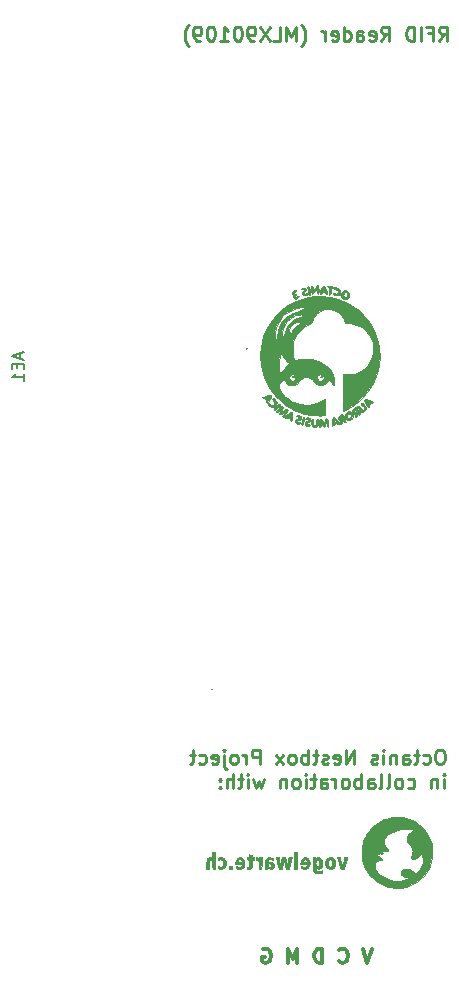
<source format=gbo>
G04 #@! TF.GenerationSoftware,KiCad,Pcbnew,(2017-06-12 revision 19d5cc754)-master*
G04 #@! TF.CreationDate,2018-05-14T22:42:30+02:00*
G04 #@! TF.ProjectId,RFID_MLX90109,524649445F4D4C5839303130392E6B69,rev?*
G04 #@! TF.FileFunction,Legend,Bot*
G04 #@! TF.FilePolarity,Positive*
%FSLAX46Y46*%
G04 Gerber Fmt 4.6, Leading zero omitted, Abs format (unit mm)*
G04 Created by KiCad (PCBNEW (2017-06-12 revision 19d5cc754)-master) date 2018 May 14, Monday 22:42:30*
%MOMM*%
%LPD*%
G01*
G04 APERTURE LIST*
%ADD10C,0.100000*%
%ADD11C,0.250000*%
%ADD12C,0.300000*%
%ADD13C,0.010000*%
%ADD14C,0.150000*%
G04 APERTURE END LIST*
D10*
D11*
X167616071Y-35792857D02*
X168016071Y-35221428D01*
X168301785Y-35792857D02*
X168301785Y-34592857D01*
X167844642Y-34592857D01*
X167730357Y-34650000D01*
X167673214Y-34707142D01*
X167616071Y-34821428D01*
X167616071Y-34992857D01*
X167673214Y-35107142D01*
X167730357Y-35164285D01*
X167844642Y-35221428D01*
X168301785Y-35221428D01*
X166701785Y-35164285D02*
X167101785Y-35164285D01*
X167101785Y-35792857D02*
X167101785Y-34592857D01*
X166530357Y-34592857D01*
X166073214Y-35792857D02*
X166073214Y-34592857D01*
X165501785Y-35792857D02*
X165501785Y-34592857D01*
X165216071Y-34592857D01*
X165044642Y-34650000D01*
X164930357Y-34764285D01*
X164873214Y-34878571D01*
X164816071Y-35107142D01*
X164816071Y-35278571D01*
X164873214Y-35507142D01*
X164930357Y-35621428D01*
X165044642Y-35735714D01*
X165216071Y-35792857D01*
X165501785Y-35792857D01*
X162701785Y-35792857D02*
X163101785Y-35221428D01*
X163387500Y-35792857D02*
X163387500Y-34592857D01*
X162930357Y-34592857D01*
X162816071Y-34650000D01*
X162758928Y-34707142D01*
X162701785Y-34821428D01*
X162701785Y-34992857D01*
X162758928Y-35107142D01*
X162816071Y-35164285D01*
X162930357Y-35221428D01*
X163387500Y-35221428D01*
X161730357Y-35735714D02*
X161844642Y-35792857D01*
X162073214Y-35792857D01*
X162187500Y-35735714D01*
X162244642Y-35621428D01*
X162244642Y-35164285D01*
X162187500Y-35050000D01*
X162073214Y-34992857D01*
X161844642Y-34992857D01*
X161730357Y-35050000D01*
X161673214Y-35164285D01*
X161673214Y-35278571D01*
X162244642Y-35392857D01*
X160644642Y-35792857D02*
X160644642Y-35164285D01*
X160701785Y-35050000D01*
X160816071Y-34992857D01*
X161044642Y-34992857D01*
X161158928Y-35050000D01*
X160644642Y-35735714D02*
X160758928Y-35792857D01*
X161044642Y-35792857D01*
X161158928Y-35735714D01*
X161216071Y-35621428D01*
X161216071Y-35507142D01*
X161158928Y-35392857D01*
X161044642Y-35335714D01*
X160758928Y-35335714D01*
X160644642Y-35278571D01*
X159558928Y-35792857D02*
X159558928Y-34592857D01*
X159558928Y-35735714D02*
X159673214Y-35792857D01*
X159901785Y-35792857D01*
X160016071Y-35735714D01*
X160073214Y-35678571D01*
X160130357Y-35564285D01*
X160130357Y-35221428D01*
X160073214Y-35107142D01*
X160016071Y-35050000D01*
X159901785Y-34992857D01*
X159673214Y-34992857D01*
X159558928Y-35050000D01*
X158530357Y-35735714D02*
X158644642Y-35792857D01*
X158873214Y-35792857D01*
X158987500Y-35735714D01*
X159044642Y-35621428D01*
X159044642Y-35164285D01*
X158987500Y-35050000D01*
X158873214Y-34992857D01*
X158644642Y-34992857D01*
X158530357Y-35050000D01*
X158473214Y-35164285D01*
X158473214Y-35278571D01*
X159044642Y-35392857D01*
X157958928Y-35792857D02*
X157958928Y-34992857D01*
X157958928Y-35221428D02*
X157901785Y-35107142D01*
X157844642Y-35050000D01*
X157730357Y-34992857D01*
X157616071Y-34992857D01*
X155958928Y-36250000D02*
X156016071Y-36192857D01*
X156130357Y-36021428D01*
X156187500Y-35907142D01*
X156244642Y-35735714D01*
X156301785Y-35450000D01*
X156301785Y-35221428D01*
X156244642Y-34935714D01*
X156187500Y-34764285D01*
X156130357Y-34650000D01*
X156016071Y-34478571D01*
X155958928Y-34421428D01*
X155501785Y-35792857D02*
X155501785Y-34592857D01*
X155101785Y-35450000D01*
X154701785Y-34592857D01*
X154701785Y-35792857D01*
X153558928Y-35792857D02*
X154130357Y-35792857D01*
X154130357Y-34592857D01*
X153273214Y-34592857D02*
X152473214Y-35792857D01*
X152473214Y-34592857D02*
X153273214Y-35792857D01*
X151958928Y-35792857D02*
X151730357Y-35792857D01*
X151616071Y-35735714D01*
X151558928Y-35678571D01*
X151444642Y-35507142D01*
X151387500Y-35278571D01*
X151387500Y-34821428D01*
X151444642Y-34707142D01*
X151501785Y-34650000D01*
X151616071Y-34592857D01*
X151844642Y-34592857D01*
X151958928Y-34650000D01*
X152016071Y-34707142D01*
X152073214Y-34821428D01*
X152073214Y-35107142D01*
X152016071Y-35221428D01*
X151958928Y-35278571D01*
X151844642Y-35335714D01*
X151616071Y-35335714D01*
X151501785Y-35278571D01*
X151444642Y-35221428D01*
X151387500Y-35107142D01*
X150644642Y-34592857D02*
X150530357Y-34592857D01*
X150416071Y-34650000D01*
X150358928Y-34707142D01*
X150301785Y-34821428D01*
X150244642Y-35050000D01*
X150244642Y-35335714D01*
X150301785Y-35564285D01*
X150358928Y-35678571D01*
X150416071Y-35735714D01*
X150530357Y-35792857D01*
X150644642Y-35792857D01*
X150758928Y-35735714D01*
X150816071Y-35678571D01*
X150873214Y-35564285D01*
X150930357Y-35335714D01*
X150930357Y-35050000D01*
X150873214Y-34821428D01*
X150816071Y-34707142D01*
X150758928Y-34650000D01*
X150644642Y-34592857D01*
X149101785Y-35792857D02*
X149787500Y-35792857D01*
X149444642Y-35792857D02*
X149444642Y-34592857D01*
X149558928Y-34764285D01*
X149673214Y-34878571D01*
X149787500Y-34935714D01*
X148358928Y-34592857D02*
X148244642Y-34592857D01*
X148130357Y-34650000D01*
X148073214Y-34707142D01*
X148016071Y-34821428D01*
X147958928Y-35050000D01*
X147958928Y-35335714D01*
X148016071Y-35564285D01*
X148073214Y-35678571D01*
X148130357Y-35735714D01*
X148244642Y-35792857D01*
X148358928Y-35792857D01*
X148473214Y-35735714D01*
X148530357Y-35678571D01*
X148587500Y-35564285D01*
X148644642Y-35335714D01*
X148644642Y-35050000D01*
X148587500Y-34821428D01*
X148530357Y-34707142D01*
X148473214Y-34650000D01*
X148358928Y-34592857D01*
X147387500Y-35792857D02*
X147158928Y-35792857D01*
X147044642Y-35735714D01*
X146987500Y-35678571D01*
X146873214Y-35507142D01*
X146816071Y-35278571D01*
X146816071Y-34821428D01*
X146873214Y-34707142D01*
X146930357Y-34650000D01*
X147044642Y-34592857D01*
X147273214Y-34592857D01*
X147387500Y-34650000D01*
X147444642Y-34707142D01*
X147501785Y-34821428D01*
X147501785Y-35107142D01*
X147444642Y-35221428D01*
X147387500Y-35278571D01*
X147273214Y-35335714D01*
X147044642Y-35335714D01*
X146930357Y-35278571D01*
X146873214Y-35221428D01*
X146816071Y-35107142D01*
X146416071Y-36250000D02*
X146358928Y-36192857D01*
X146244642Y-36021428D01*
X146187500Y-35907142D01*
X146130357Y-35735714D01*
X146073214Y-35450000D01*
X146073214Y-35221428D01*
X146130357Y-34935714D01*
X146187500Y-34764285D01*
X146244642Y-34650000D01*
X146358928Y-34478571D01*
X146416071Y-34421428D01*
X167823214Y-95817857D02*
X167594642Y-95817857D01*
X167480357Y-95875000D01*
X167366071Y-95989285D01*
X167308928Y-96217857D01*
X167308928Y-96617857D01*
X167366071Y-96846428D01*
X167480357Y-96960714D01*
X167594642Y-97017857D01*
X167823214Y-97017857D01*
X167937500Y-96960714D01*
X168051785Y-96846428D01*
X168108928Y-96617857D01*
X168108928Y-96217857D01*
X168051785Y-95989285D01*
X167937500Y-95875000D01*
X167823214Y-95817857D01*
X166280357Y-96960714D02*
X166394642Y-97017857D01*
X166623214Y-97017857D01*
X166737500Y-96960714D01*
X166794642Y-96903571D01*
X166851785Y-96789285D01*
X166851785Y-96446428D01*
X166794642Y-96332142D01*
X166737500Y-96275000D01*
X166623214Y-96217857D01*
X166394642Y-96217857D01*
X166280357Y-96275000D01*
X165937500Y-96217857D02*
X165480357Y-96217857D01*
X165766071Y-95817857D02*
X165766071Y-96846428D01*
X165708928Y-96960714D01*
X165594642Y-97017857D01*
X165480357Y-97017857D01*
X164566071Y-97017857D02*
X164566071Y-96389285D01*
X164623214Y-96275000D01*
X164737500Y-96217857D01*
X164966071Y-96217857D01*
X165080357Y-96275000D01*
X164566071Y-96960714D02*
X164680357Y-97017857D01*
X164966071Y-97017857D01*
X165080357Y-96960714D01*
X165137500Y-96846428D01*
X165137500Y-96732142D01*
X165080357Y-96617857D01*
X164966071Y-96560714D01*
X164680357Y-96560714D01*
X164566071Y-96503571D01*
X163994642Y-96217857D02*
X163994642Y-97017857D01*
X163994642Y-96332142D02*
X163937500Y-96275000D01*
X163823214Y-96217857D01*
X163651785Y-96217857D01*
X163537500Y-96275000D01*
X163480357Y-96389285D01*
X163480357Y-97017857D01*
X162908928Y-97017857D02*
X162908928Y-96217857D01*
X162908928Y-95817857D02*
X162966071Y-95875000D01*
X162908928Y-95932142D01*
X162851785Y-95875000D01*
X162908928Y-95817857D01*
X162908928Y-95932142D01*
X162394642Y-96960714D02*
X162280357Y-97017857D01*
X162051785Y-97017857D01*
X161937500Y-96960714D01*
X161880357Y-96846428D01*
X161880357Y-96789285D01*
X161937500Y-96675000D01*
X162051785Y-96617857D01*
X162223214Y-96617857D01*
X162337500Y-96560714D01*
X162394642Y-96446428D01*
X162394642Y-96389285D01*
X162337500Y-96275000D01*
X162223214Y-96217857D01*
X162051785Y-96217857D01*
X161937500Y-96275000D01*
X160451785Y-97017857D02*
X160451785Y-95817857D01*
X159766071Y-97017857D01*
X159766071Y-95817857D01*
X158737500Y-96960714D02*
X158851785Y-97017857D01*
X159080357Y-97017857D01*
X159194642Y-96960714D01*
X159251785Y-96846428D01*
X159251785Y-96389285D01*
X159194642Y-96275000D01*
X159080357Y-96217857D01*
X158851785Y-96217857D01*
X158737500Y-96275000D01*
X158680357Y-96389285D01*
X158680357Y-96503571D01*
X159251785Y-96617857D01*
X158223214Y-96960714D02*
X158108928Y-97017857D01*
X157880357Y-97017857D01*
X157766071Y-96960714D01*
X157708928Y-96846428D01*
X157708928Y-96789285D01*
X157766071Y-96675000D01*
X157880357Y-96617857D01*
X158051785Y-96617857D01*
X158166071Y-96560714D01*
X158223214Y-96446428D01*
X158223214Y-96389285D01*
X158166071Y-96275000D01*
X158051785Y-96217857D01*
X157880357Y-96217857D01*
X157766071Y-96275000D01*
X157366071Y-96217857D02*
X156908928Y-96217857D01*
X157194642Y-95817857D02*
X157194642Y-96846428D01*
X157137500Y-96960714D01*
X157023214Y-97017857D01*
X156908928Y-97017857D01*
X156508928Y-97017857D02*
X156508928Y-95817857D01*
X156508928Y-96275000D02*
X156394642Y-96217857D01*
X156166071Y-96217857D01*
X156051785Y-96275000D01*
X155994642Y-96332142D01*
X155937500Y-96446428D01*
X155937500Y-96789285D01*
X155994642Y-96903571D01*
X156051785Y-96960714D01*
X156166071Y-97017857D01*
X156394642Y-97017857D01*
X156508928Y-96960714D01*
X155251785Y-97017857D02*
X155366071Y-96960714D01*
X155423214Y-96903571D01*
X155480357Y-96789285D01*
X155480357Y-96446428D01*
X155423214Y-96332142D01*
X155366071Y-96275000D01*
X155251785Y-96217857D01*
X155080357Y-96217857D01*
X154966071Y-96275000D01*
X154908928Y-96332142D01*
X154851785Y-96446428D01*
X154851785Y-96789285D01*
X154908928Y-96903571D01*
X154966071Y-96960714D01*
X155080357Y-97017857D01*
X155251785Y-97017857D01*
X154451785Y-97017857D02*
X153823214Y-96217857D01*
X154451785Y-96217857D02*
X153823214Y-97017857D01*
X152451785Y-97017857D02*
X152451785Y-95817857D01*
X151994642Y-95817857D01*
X151880357Y-95875000D01*
X151823214Y-95932142D01*
X151766071Y-96046428D01*
X151766071Y-96217857D01*
X151823214Y-96332142D01*
X151880357Y-96389285D01*
X151994642Y-96446428D01*
X152451785Y-96446428D01*
X151251785Y-97017857D02*
X151251785Y-96217857D01*
X151251785Y-96446428D02*
X151194642Y-96332142D01*
X151137500Y-96275000D01*
X151023214Y-96217857D01*
X150908928Y-96217857D01*
X150337500Y-97017857D02*
X150451785Y-96960714D01*
X150508928Y-96903571D01*
X150566071Y-96789285D01*
X150566071Y-96446428D01*
X150508928Y-96332142D01*
X150451785Y-96275000D01*
X150337500Y-96217857D01*
X150166071Y-96217857D01*
X150051785Y-96275000D01*
X149994642Y-96332142D01*
X149937500Y-96446428D01*
X149937500Y-96789285D01*
X149994642Y-96903571D01*
X150051785Y-96960714D01*
X150166071Y-97017857D01*
X150337500Y-97017857D01*
X149423214Y-96217857D02*
X149423214Y-97246428D01*
X149480357Y-97360714D01*
X149594642Y-97417857D01*
X149651785Y-97417857D01*
X149423214Y-95817857D02*
X149480357Y-95875000D01*
X149423214Y-95932142D01*
X149366071Y-95875000D01*
X149423214Y-95817857D01*
X149423214Y-95932142D01*
X148394642Y-96960714D02*
X148508928Y-97017857D01*
X148737500Y-97017857D01*
X148851785Y-96960714D01*
X148908928Y-96846428D01*
X148908928Y-96389285D01*
X148851785Y-96275000D01*
X148737500Y-96217857D01*
X148508928Y-96217857D01*
X148394642Y-96275000D01*
X148337500Y-96389285D01*
X148337500Y-96503571D01*
X148908928Y-96617857D01*
X147308928Y-96960714D02*
X147423214Y-97017857D01*
X147651785Y-97017857D01*
X147766071Y-96960714D01*
X147823214Y-96903571D01*
X147880357Y-96789285D01*
X147880357Y-96446428D01*
X147823214Y-96332142D01*
X147766071Y-96275000D01*
X147651785Y-96217857D01*
X147423214Y-96217857D01*
X147308928Y-96275000D01*
X146966071Y-96217857D02*
X146508928Y-96217857D01*
X146794642Y-95817857D02*
X146794642Y-96846428D01*
X146737500Y-96960714D01*
X146623214Y-97017857D01*
X146508928Y-97017857D01*
X168051785Y-99067857D02*
X168051785Y-98267857D01*
X168051785Y-97867857D02*
X168108928Y-97925000D01*
X168051785Y-97982142D01*
X167994642Y-97925000D01*
X168051785Y-97867857D01*
X168051785Y-97982142D01*
X167480357Y-98267857D02*
X167480357Y-99067857D01*
X167480357Y-98382142D02*
X167423214Y-98325000D01*
X167308928Y-98267857D01*
X167137500Y-98267857D01*
X167023214Y-98325000D01*
X166966071Y-98439285D01*
X166966071Y-99067857D01*
X164966071Y-99010714D02*
X165080357Y-99067857D01*
X165308928Y-99067857D01*
X165423214Y-99010714D01*
X165480357Y-98953571D01*
X165537500Y-98839285D01*
X165537500Y-98496428D01*
X165480357Y-98382142D01*
X165423214Y-98325000D01*
X165308928Y-98267857D01*
X165080357Y-98267857D01*
X164966071Y-98325000D01*
X164280357Y-99067857D02*
X164394642Y-99010714D01*
X164451785Y-98953571D01*
X164508928Y-98839285D01*
X164508928Y-98496428D01*
X164451785Y-98382142D01*
X164394642Y-98325000D01*
X164280357Y-98267857D01*
X164108928Y-98267857D01*
X163994642Y-98325000D01*
X163937500Y-98382142D01*
X163880357Y-98496428D01*
X163880357Y-98839285D01*
X163937500Y-98953571D01*
X163994642Y-99010714D01*
X164108928Y-99067857D01*
X164280357Y-99067857D01*
X163194642Y-99067857D02*
X163308928Y-99010714D01*
X163366071Y-98896428D01*
X163366071Y-97867857D01*
X162566071Y-99067857D02*
X162680357Y-99010714D01*
X162737500Y-98896428D01*
X162737500Y-97867857D01*
X161594642Y-99067857D02*
X161594642Y-98439285D01*
X161651785Y-98325000D01*
X161766071Y-98267857D01*
X161994642Y-98267857D01*
X162108928Y-98325000D01*
X161594642Y-99010714D02*
X161708928Y-99067857D01*
X161994642Y-99067857D01*
X162108928Y-99010714D01*
X162166071Y-98896428D01*
X162166071Y-98782142D01*
X162108928Y-98667857D01*
X161994642Y-98610714D01*
X161708928Y-98610714D01*
X161594642Y-98553571D01*
X161023214Y-99067857D02*
X161023214Y-97867857D01*
X161023214Y-98325000D02*
X160908928Y-98267857D01*
X160680357Y-98267857D01*
X160566071Y-98325000D01*
X160508928Y-98382142D01*
X160451785Y-98496428D01*
X160451785Y-98839285D01*
X160508928Y-98953571D01*
X160566071Y-99010714D01*
X160680357Y-99067857D01*
X160908928Y-99067857D01*
X161023214Y-99010714D01*
X159766071Y-99067857D02*
X159880357Y-99010714D01*
X159937500Y-98953571D01*
X159994642Y-98839285D01*
X159994642Y-98496428D01*
X159937500Y-98382142D01*
X159880357Y-98325000D01*
X159766071Y-98267857D01*
X159594642Y-98267857D01*
X159480357Y-98325000D01*
X159423214Y-98382142D01*
X159366071Y-98496428D01*
X159366071Y-98839285D01*
X159423214Y-98953571D01*
X159480357Y-99010714D01*
X159594642Y-99067857D01*
X159766071Y-99067857D01*
X158851785Y-99067857D02*
X158851785Y-98267857D01*
X158851785Y-98496428D02*
X158794642Y-98382142D01*
X158737500Y-98325000D01*
X158623214Y-98267857D01*
X158508928Y-98267857D01*
X157594642Y-99067857D02*
X157594642Y-98439285D01*
X157651785Y-98325000D01*
X157766071Y-98267857D01*
X157994642Y-98267857D01*
X158108928Y-98325000D01*
X157594642Y-99010714D02*
X157708928Y-99067857D01*
X157994642Y-99067857D01*
X158108928Y-99010714D01*
X158166071Y-98896428D01*
X158166071Y-98782142D01*
X158108928Y-98667857D01*
X157994642Y-98610714D01*
X157708928Y-98610714D01*
X157594642Y-98553571D01*
X157194642Y-98267857D02*
X156737500Y-98267857D01*
X157023214Y-97867857D02*
X157023214Y-98896428D01*
X156966071Y-99010714D01*
X156851785Y-99067857D01*
X156737500Y-99067857D01*
X156337500Y-99067857D02*
X156337500Y-98267857D01*
X156337500Y-97867857D02*
X156394642Y-97925000D01*
X156337500Y-97982142D01*
X156280357Y-97925000D01*
X156337500Y-97867857D01*
X156337500Y-97982142D01*
X155594642Y-99067857D02*
X155708928Y-99010714D01*
X155766071Y-98953571D01*
X155823214Y-98839285D01*
X155823214Y-98496428D01*
X155766071Y-98382142D01*
X155708928Y-98325000D01*
X155594642Y-98267857D01*
X155423214Y-98267857D01*
X155308928Y-98325000D01*
X155251785Y-98382142D01*
X155194642Y-98496428D01*
X155194642Y-98839285D01*
X155251785Y-98953571D01*
X155308928Y-99010714D01*
X155423214Y-99067857D01*
X155594642Y-99067857D01*
X154680357Y-98267857D02*
X154680357Y-99067857D01*
X154680357Y-98382142D02*
X154623214Y-98325000D01*
X154508928Y-98267857D01*
X154337500Y-98267857D01*
X154223214Y-98325000D01*
X154166071Y-98439285D01*
X154166071Y-99067857D01*
X152794642Y-98267857D02*
X152566071Y-99067857D01*
X152337500Y-98496428D01*
X152108928Y-99067857D01*
X151880357Y-98267857D01*
X151423214Y-99067857D02*
X151423214Y-98267857D01*
X151423214Y-97867857D02*
X151480357Y-97925000D01*
X151423214Y-97982142D01*
X151366071Y-97925000D01*
X151423214Y-97867857D01*
X151423214Y-97982142D01*
X151023214Y-98267857D02*
X150566071Y-98267857D01*
X150851785Y-97867857D02*
X150851785Y-98896428D01*
X150794642Y-99010714D01*
X150680357Y-99067857D01*
X150566071Y-99067857D01*
X150166071Y-99067857D02*
X150166071Y-97867857D01*
X149651785Y-99067857D02*
X149651785Y-98439285D01*
X149708928Y-98325000D01*
X149823214Y-98267857D01*
X149994642Y-98267857D01*
X150108928Y-98325000D01*
X150166071Y-98382142D01*
X149080357Y-98953571D02*
X149023214Y-99010714D01*
X149080357Y-99067857D01*
X149137500Y-99010714D01*
X149080357Y-98953571D01*
X149080357Y-99067857D01*
X149080357Y-98325000D02*
X149023214Y-98382142D01*
X149080357Y-98439285D01*
X149137500Y-98382142D01*
X149080357Y-98325000D01*
X149080357Y-98439285D01*
D12*
X161964285Y-112642857D02*
X161564285Y-113842857D01*
X161164285Y-112642857D01*
X159164285Y-113728571D02*
X159221428Y-113785714D01*
X159392857Y-113842857D01*
X159507142Y-113842857D01*
X159678571Y-113785714D01*
X159792857Y-113671428D01*
X159850000Y-113557142D01*
X159907142Y-113328571D01*
X159907142Y-113157142D01*
X159850000Y-112928571D01*
X159792857Y-112814285D01*
X159678571Y-112700000D01*
X159507142Y-112642857D01*
X159392857Y-112642857D01*
X159221428Y-112700000D01*
X159164285Y-112757142D01*
X157735714Y-113842857D02*
X157735714Y-112642857D01*
X157450000Y-112642857D01*
X157278571Y-112700000D01*
X157164285Y-112814285D01*
X157107142Y-112928571D01*
X157050000Y-113157142D01*
X157050000Y-113328571D01*
X157107142Y-113557142D01*
X157164285Y-113671428D01*
X157278571Y-113785714D01*
X157450000Y-113842857D01*
X157735714Y-113842857D01*
X155621428Y-113842857D02*
X155621428Y-112642857D01*
X155221428Y-113500000D01*
X154821428Y-112642857D01*
X154821428Y-113842857D01*
X152707142Y-112700000D02*
X152821428Y-112642857D01*
X152992857Y-112642857D01*
X153164285Y-112700000D01*
X153278571Y-112814285D01*
X153335714Y-112928571D01*
X153392857Y-113157142D01*
X153392857Y-113328571D01*
X153335714Y-113557142D01*
X153278571Y-113671428D01*
X153164285Y-113785714D01*
X152992857Y-113842857D01*
X152878571Y-113842857D01*
X152707142Y-113785714D01*
X152650000Y-113728571D01*
X152650000Y-113328571D01*
X152878571Y-113328571D01*
D13*
G36*
X162703641Y-104514986D02*
X162673141Y-104544713D01*
X162664667Y-104578522D01*
X162677962Y-104629042D01*
X162711370Y-104660626D01*
X162755175Y-104670376D01*
X162799659Y-104655392D01*
X162827091Y-104627000D01*
X162845007Y-104593858D01*
X162842109Y-104567799D01*
X162827091Y-104542333D01*
X162791121Y-104511455D01*
X162746469Y-104503120D01*
X162703641Y-104514986D01*
X162703641Y-104514986D01*
G37*
X162703641Y-104514986D02*
X162673141Y-104544713D01*
X162664667Y-104578522D01*
X162677962Y-104629042D01*
X162711370Y-104660626D01*
X162755175Y-104670376D01*
X162799659Y-104655392D01*
X162827091Y-104627000D01*
X162845007Y-104593858D01*
X162842109Y-104567799D01*
X162827091Y-104542333D01*
X162791121Y-104511455D01*
X162746469Y-104503120D01*
X162703641Y-104514986D01*
G36*
X148440667Y-104774701D02*
X148440447Y-104876252D01*
X148439483Y-104948003D01*
X148437324Y-104994015D01*
X148433516Y-105018355D01*
X148427605Y-105025084D01*
X148419139Y-105018268D01*
X148414239Y-105011671D01*
X148362254Y-104964527D01*
X148290072Y-104934149D01*
X148207728Y-104922044D01*
X148125261Y-104929721D01*
X148054449Y-104957613D01*
X148018555Y-104982653D01*
X147990442Y-105011717D01*
X147969179Y-105049052D01*
X147953835Y-105098905D01*
X147943480Y-105165523D01*
X147937183Y-105253155D01*
X147934014Y-105366046D01*
X147933042Y-105508445D01*
X147933039Y-105511766D01*
X147932667Y-105888533D01*
X148149790Y-105888533D01*
X148155616Y-105545633D01*
X148158892Y-105407705D01*
X148163550Y-105301903D01*
X148169714Y-105226505D01*
X148177507Y-105179795D01*
X148183010Y-105164833D01*
X148221950Y-105126516D01*
X148275017Y-105111347D01*
X148331959Y-105118964D01*
X148382523Y-105149009D01*
X148402353Y-105172545D01*
X148413070Y-105193514D01*
X148421341Y-105222799D01*
X148427665Y-105265300D01*
X148432539Y-105325917D01*
X148436463Y-105409552D01*
X148439935Y-105521105D01*
X148440667Y-105549043D01*
X148449133Y-105880066D01*
X148677733Y-105890080D01*
X148677733Y-104500000D01*
X148440667Y-104500000D01*
X148440667Y-104774701D01*
X148440667Y-104774701D01*
G37*
X148440667Y-104774701D02*
X148440447Y-104876252D01*
X148439483Y-104948003D01*
X148437324Y-104994015D01*
X148433516Y-105018355D01*
X148427605Y-105025084D01*
X148419139Y-105018268D01*
X148414239Y-105011671D01*
X148362254Y-104964527D01*
X148290072Y-104934149D01*
X148207728Y-104922044D01*
X148125261Y-104929721D01*
X148054449Y-104957613D01*
X148018555Y-104982653D01*
X147990442Y-105011717D01*
X147969179Y-105049052D01*
X147953835Y-105098905D01*
X147943480Y-105165523D01*
X147937183Y-105253155D01*
X147934014Y-105366046D01*
X147933042Y-105508445D01*
X147933039Y-105511766D01*
X147932667Y-105888533D01*
X148149790Y-105888533D01*
X148155616Y-105545633D01*
X148158892Y-105407705D01*
X148163550Y-105301903D01*
X148169714Y-105226505D01*
X148177507Y-105179795D01*
X148183010Y-105164833D01*
X148221950Y-105126516D01*
X148275017Y-105111347D01*
X148331959Y-105118964D01*
X148382523Y-105149009D01*
X148402353Y-105172545D01*
X148413070Y-105193514D01*
X148421341Y-105222799D01*
X148427665Y-105265300D01*
X148432539Y-105325917D01*
X148436463Y-105409552D01*
X148439935Y-105521105D01*
X148440667Y-105549043D01*
X148449133Y-105880066D01*
X148677733Y-105890080D01*
X148677733Y-104500000D01*
X148440667Y-104500000D01*
X148440667Y-104774701D01*
G36*
X149866542Y-105756509D02*
X149871533Y-105880066D01*
X149977586Y-105885113D01*
X150041180Y-105885864D01*
X150077543Y-105879900D01*
X150092801Y-105866284D01*
X150096951Y-105837145D01*
X150098124Y-105786753D01*
X150096815Y-105742703D01*
X150091667Y-105642999D01*
X149861551Y-105632951D01*
X149866542Y-105756509D01*
X149866542Y-105756509D01*
G37*
X149866542Y-105756509D02*
X149871533Y-105880066D01*
X149977586Y-105885113D01*
X150041180Y-105885864D01*
X150077543Y-105879900D01*
X150092801Y-105866284D01*
X150096951Y-105837145D01*
X150098124Y-105786753D01*
X150096815Y-105742703D01*
X150091667Y-105642999D01*
X149861551Y-105632951D01*
X149866542Y-105756509D01*
G36*
X152098267Y-105033722D02*
X152098894Y-105092761D01*
X152102612Y-105124864D01*
X152112178Y-105136960D01*
X152130349Y-105135976D01*
X152138195Y-105134090D01*
X152192257Y-105135106D01*
X152252824Y-105157292D01*
X152306410Y-105194480D01*
X152329783Y-105221706D01*
X152341109Y-105243145D01*
X152349615Y-105271550D01*
X152355840Y-105312141D01*
X152360321Y-105370136D01*
X152363597Y-105450756D01*
X152366205Y-105559219D01*
X152366582Y-105578720D01*
X152372430Y-105888533D01*
X152589334Y-105888533D01*
X152592626Y-105465199D01*
X152593576Y-105345692D01*
X152594495Y-105234753D01*
X152595337Y-105137739D01*
X152596054Y-105060001D01*
X152596599Y-105006893D01*
X152596859Y-104986833D01*
X152597800Y-104931799D01*
X152394600Y-104931799D01*
X152389542Y-105000714D01*
X152384485Y-105069628D01*
X152311337Y-104996480D01*
X152265434Y-104954092D01*
X152228852Y-104931951D01*
X152189643Y-104923948D01*
X152168228Y-104923333D01*
X152098267Y-104923333D01*
X152098267Y-105033722D01*
X152098267Y-105033722D01*
G37*
X152098267Y-105033722D02*
X152098894Y-105092761D01*
X152102612Y-105124864D01*
X152112178Y-105136960D01*
X152130349Y-105135976D01*
X152138195Y-105134090D01*
X152192257Y-105135106D01*
X152252824Y-105157292D01*
X152306410Y-105194480D01*
X152329783Y-105221706D01*
X152341109Y-105243145D01*
X152349615Y-105271550D01*
X152355840Y-105312141D01*
X152360321Y-105370136D01*
X152363597Y-105450756D01*
X152366205Y-105559219D01*
X152366582Y-105578720D01*
X152372430Y-105888533D01*
X152589334Y-105888533D01*
X152592626Y-105465199D01*
X152593576Y-105345692D01*
X152594495Y-105234753D01*
X152595337Y-105137739D01*
X152596054Y-105060001D01*
X152596599Y-105006893D01*
X152596859Y-104986833D01*
X152597800Y-104931799D01*
X152394600Y-104931799D01*
X152389542Y-105000714D01*
X152384485Y-105069628D01*
X152311337Y-104996480D01*
X152265434Y-104954092D01*
X152228852Y-104931951D01*
X152189643Y-104923948D01*
X152168228Y-104923333D01*
X152098267Y-104923333D01*
X152098267Y-105033722D01*
G36*
X153850823Y-104926607D02*
X153830502Y-104940059D01*
X153825405Y-104969275D01*
X153833421Y-105019353D01*
X153852439Y-105095390D01*
X153861478Y-105129740D01*
X153886287Y-105223823D01*
X153913818Y-105327804D01*
X153942574Y-105436071D01*
X153971058Y-105543015D01*
X153997771Y-105643023D01*
X154021215Y-105730486D01*
X154039894Y-105799791D01*
X154052308Y-105845329D01*
X154056124Y-105858900D01*
X154066083Y-105874544D01*
X154089389Y-105883612D01*
X154133317Y-105887723D01*
X154189158Y-105888533D01*
X154313499Y-105888533D01*
X154347230Y-105740366D01*
X154365201Y-105661393D01*
X154387517Y-105563273D01*
X154411023Y-105459885D01*
X154428035Y-105385031D01*
X154446471Y-105307647D01*
X154463054Y-105244923D01*
X154476102Y-105202753D01*
X154483932Y-105187029D01*
X154484483Y-105187237D01*
X154490836Y-105205875D01*
X154503197Y-105252543D01*
X154520331Y-105322190D01*
X154541003Y-105409764D01*
X154563979Y-105510212D01*
X154570295Y-105538339D01*
X154646733Y-105880066D01*
X154768060Y-105885012D01*
X154828871Y-105885463D01*
X154875377Y-105882018D01*
X154898245Y-105875413D01*
X154898809Y-105874713D01*
X154906260Y-105853589D01*
X154920759Y-105804908D01*
X154940905Y-105733912D01*
X154965297Y-105645840D01*
X154992537Y-105545932D01*
X155021224Y-105439429D01*
X155049958Y-105331571D01*
X155077338Y-105227599D01*
X155101965Y-105132751D01*
X155122438Y-105052269D01*
X155137357Y-104991393D01*
X155145323Y-104955363D01*
X155146267Y-104948550D01*
X155140835Y-104934287D01*
X155119979Y-104926991D01*
X155076862Y-104925361D01*
X155032058Y-104926792D01*
X154917850Y-104931799D01*
X154864277Y-105185799D01*
X154843688Y-105283689D01*
X154823826Y-105378606D01*
X154806569Y-105461544D01*
X154793795Y-105523498D01*
X154790740Y-105538509D01*
X154779131Y-105589401D01*
X154769052Y-105622317D01*
X154763524Y-105629968D01*
X154757846Y-105611899D01*
X154746395Y-105565970D01*
X154730401Y-105497456D01*
X154711095Y-105411629D01*
X154689706Y-105313766D01*
X154689137Y-105311125D01*
X154667375Y-105210349D01*
X154647534Y-105118893D01*
X154630922Y-105042748D01*
X154618846Y-104987907D01*
X154612701Y-104960730D01*
X154605894Y-104941248D01*
X154592077Y-104930093D01*
X154563718Y-104925444D01*
X154513284Y-104925479D01*
X154472668Y-104926863D01*
X154341933Y-104931799D01*
X154266009Y-105292460D01*
X154243692Y-105396562D01*
X154223455Y-105487349D01*
X154206358Y-105560352D01*
X154193463Y-105611105D01*
X154185830Y-105635141D01*
X154184402Y-105636070D01*
X154179388Y-105615004D01*
X154168655Y-105565972D01*
X154153313Y-105494183D01*
X154134471Y-105404842D01*
X154113240Y-105303155D01*
X154107481Y-105275410D01*
X154036245Y-104931799D01*
X153945574Y-104926604D01*
X153888477Y-104923821D01*
X153850823Y-104926607D01*
X153850823Y-104926607D01*
G37*
X153850823Y-104926607D02*
X153830502Y-104940059D01*
X153825405Y-104969275D01*
X153833421Y-105019353D01*
X153852439Y-105095390D01*
X153861478Y-105129740D01*
X153886287Y-105223823D01*
X153913818Y-105327804D01*
X153942574Y-105436071D01*
X153971058Y-105543015D01*
X153997771Y-105643023D01*
X154021215Y-105730486D01*
X154039894Y-105799791D01*
X154052308Y-105845329D01*
X154056124Y-105858900D01*
X154066083Y-105874544D01*
X154089389Y-105883612D01*
X154133317Y-105887723D01*
X154189158Y-105888533D01*
X154313499Y-105888533D01*
X154347230Y-105740366D01*
X154365201Y-105661393D01*
X154387517Y-105563273D01*
X154411023Y-105459885D01*
X154428035Y-105385031D01*
X154446471Y-105307647D01*
X154463054Y-105244923D01*
X154476102Y-105202753D01*
X154483932Y-105187029D01*
X154484483Y-105187237D01*
X154490836Y-105205875D01*
X154503197Y-105252543D01*
X154520331Y-105322190D01*
X154541003Y-105409764D01*
X154563979Y-105510212D01*
X154570295Y-105538339D01*
X154646733Y-105880066D01*
X154768060Y-105885012D01*
X154828871Y-105885463D01*
X154875377Y-105882018D01*
X154898245Y-105875413D01*
X154898809Y-105874713D01*
X154906260Y-105853589D01*
X154920759Y-105804908D01*
X154940905Y-105733912D01*
X154965297Y-105645840D01*
X154992537Y-105545932D01*
X155021224Y-105439429D01*
X155049958Y-105331571D01*
X155077338Y-105227599D01*
X155101965Y-105132751D01*
X155122438Y-105052269D01*
X155137357Y-104991393D01*
X155145323Y-104955363D01*
X155146267Y-104948550D01*
X155140835Y-104934287D01*
X155119979Y-104926991D01*
X155076862Y-104925361D01*
X155032058Y-104926792D01*
X154917850Y-104931799D01*
X154864277Y-105185799D01*
X154843688Y-105283689D01*
X154823826Y-105378606D01*
X154806569Y-105461544D01*
X154793795Y-105523498D01*
X154790740Y-105538509D01*
X154779131Y-105589401D01*
X154769052Y-105622317D01*
X154763524Y-105629968D01*
X154757846Y-105611899D01*
X154746395Y-105565970D01*
X154730401Y-105497456D01*
X154711095Y-105411629D01*
X154689706Y-105313766D01*
X154689137Y-105311125D01*
X154667375Y-105210349D01*
X154647534Y-105118893D01*
X154630922Y-105042748D01*
X154618846Y-104987907D01*
X154612701Y-104960730D01*
X154605894Y-104941248D01*
X154592077Y-104930093D01*
X154563718Y-104925444D01*
X154513284Y-104925479D01*
X154472668Y-104926863D01*
X154341933Y-104931799D01*
X154266009Y-105292460D01*
X154243692Y-105396562D01*
X154223455Y-105487349D01*
X154206358Y-105560352D01*
X154193463Y-105611105D01*
X154185830Y-105635141D01*
X154184402Y-105636070D01*
X154179388Y-105615004D01*
X154168655Y-105565972D01*
X154153313Y-105494183D01*
X154134471Y-105404842D01*
X154113240Y-105303155D01*
X154107481Y-105275410D01*
X154036245Y-104931799D01*
X153945574Y-104926604D01*
X153888477Y-104923821D01*
X153850823Y-104926607D01*
G36*
X155383333Y-105888533D02*
X155603467Y-105888533D01*
X155603467Y-104500000D01*
X155383333Y-104500000D01*
X155383333Y-105888533D01*
X155383333Y-105888533D01*
G37*
X155383333Y-105888533D02*
X155603467Y-105888533D01*
X155603467Y-104500000D01*
X155383333Y-104500000D01*
X155383333Y-105888533D01*
G36*
X159592444Y-105012233D02*
X159579218Y-105060084D01*
X159559622Y-105132425D01*
X159535877Y-105220987D01*
X159510207Y-105317500D01*
X159498231Y-105362796D01*
X159474429Y-105451877D01*
X159453316Y-105528799D01*
X159436495Y-105587881D01*
X159425570Y-105623440D01*
X159422439Y-105631205D01*
X159414671Y-105620741D01*
X159402716Y-105586509D01*
X159396520Y-105564275D01*
X159384639Y-105519199D01*
X159366396Y-105450680D01*
X159344262Y-105367970D01*
X159320707Y-105280320D01*
X159320334Y-105278933D01*
X159296834Y-105191497D01*
X159274774Y-105109065D01*
X159256600Y-105040807D01*
X159244761Y-104995892D01*
X159244607Y-104995299D01*
X159225895Y-104923333D01*
X159116481Y-104923333D01*
X159060616Y-104925456D01*
X159021186Y-104931009D01*
X159007067Y-104938379D01*
X159011634Y-104957805D01*
X159025420Y-105006759D01*
X159048553Y-105085671D01*
X159081161Y-105194968D01*
X159123372Y-105335079D01*
X159175316Y-105506430D01*
X159237118Y-105709452D01*
X159276265Y-105837733D01*
X159284869Y-105858800D01*
X159299896Y-105871794D01*
X159328893Y-105879091D01*
X159379405Y-105883071D01*
X159426178Y-105884962D01*
X159495179Y-105886523D01*
X159537533Y-105884322D01*
X159560366Y-105877121D01*
X159570805Y-105863679D01*
X159572205Y-105859562D01*
X159579440Y-105835566D01*
X159594890Y-105784481D01*
X159616943Y-105711629D01*
X159643987Y-105622330D01*
X159674408Y-105521905D01*
X159706595Y-105415676D01*
X159738935Y-105308962D01*
X159769815Y-105207086D01*
X159797625Y-105115367D01*
X159820750Y-105039128D01*
X159837579Y-104983688D01*
X159846499Y-104954369D01*
X159846929Y-104952966D01*
X159848066Y-104937445D01*
X159835257Y-104928497D01*
X159802012Y-104924376D01*
X159741837Y-104923336D01*
X159736814Y-104923333D01*
X159617613Y-104923333D01*
X159592444Y-105012233D01*
X159592444Y-105012233D01*
G37*
X159592444Y-105012233D02*
X159579218Y-105060084D01*
X159559622Y-105132425D01*
X159535877Y-105220987D01*
X159510207Y-105317500D01*
X159498231Y-105362796D01*
X159474429Y-105451877D01*
X159453316Y-105528799D01*
X159436495Y-105587881D01*
X159425570Y-105623440D01*
X159422439Y-105631205D01*
X159414671Y-105620741D01*
X159402716Y-105586509D01*
X159396520Y-105564275D01*
X159384639Y-105519199D01*
X159366396Y-105450680D01*
X159344262Y-105367970D01*
X159320707Y-105280320D01*
X159320334Y-105278933D01*
X159296834Y-105191497D01*
X159274774Y-105109065D01*
X159256600Y-105040807D01*
X159244761Y-104995892D01*
X159244607Y-104995299D01*
X159225895Y-104923333D01*
X159116481Y-104923333D01*
X159060616Y-104925456D01*
X159021186Y-104931009D01*
X159007067Y-104938379D01*
X159011634Y-104957805D01*
X159025420Y-105006759D01*
X159048553Y-105085671D01*
X159081161Y-105194968D01*
X159123372Y-105335079D01*
X159175316Y-105506430D01*
X159237118Y-105709452D01*
X159276265Y-105837733D01*
X159284869Y-105858800D01*
X159299896Y-105871794D01*
X159328893Y-105879091D01*
X159379405Y-105883071D01*
X159426178Y-105884962D01*
X159495179Y-105886523D01*
X159537533Y-105884322D01*
X159560366Y-105877121D01*
X159570805Y-105863679D01*
X159572205Y-105859562D01*
X159579440Y-105835566D01*
X159594890Y-105784481D01*
X159616943Y-105711629D01*
X159643987Y-105622330D01*
X159674408Y-105521905D01*
X159706595Y-105415676D01*
X159738935Y-105308962D01*
X159769815Y-105207086D01*
X159797625Y-105115367D01*
X159820750Y-105039128D01*
X159837579Y-104983688D01*
X159846499Y-104954369D01*
X159846929Y-104952966D01*
X159848066Y-104937445D01*
X159835257Y-104928497D01*
X159802012Y-104924376D01*
X159741837Y-104923336D01*
X159736814Y-104923333D01*
X159617613Y-104923333D01*
X159592444Y-105012233D01*
G36*
X149073206Y-104924409D02*
X149004266Y-104931805D01*
X148951155Y-104945292D01*
X148921986Y-104964344D01*
X148919920Y-104968282D01*
X148916799Y-104998557D01*
X148919656Y-105046605D01*
X148922080Y-105065251D01*
X148933142Y-105139020D01*
X149004404Y-105114388D01*
X149095870Y-105097440D01*
X149179049Y-105110402D01*
X149248956Y-105151559D01*
X149298736Y-105215592D01*
X149319654Y-105279023D01*
X149329435Y-105360557D01*
X149328214Y-105447446D01*
X149316123Y-105526942D01*
X149294885Y-105583675D01*
X149234572Y-105657676D01*
X149159968Y-105702717D01*
X149075572Y-105717222D01*
X148985879Y-105699614D01*
X148975673Y-105695562D01*
X148919100Y-105671924D01*
X148908992Y-105757269D01*
X148904655Y-105808691D01*
X148904755Y-105845627D01*
X148906931Y-105855633D01*
X148920911Y-105864233D01*
X148955096Y-105873236D01*
X149014005Y-105883585D01*
X149101067Y-105896072D01*
X149144009Y-105896741D01*
X149200919Y-105891557D01*
X149221243Y-105888473D01*
X149316407Y-105862887D01*
X149394330Y-105818293D01*
X149461217Y-105755171D01*
X149518843Y-105668158D01*
X149557012Y-105560716D01*
X149574459Y-105440983D01*
X149569922Y-105317095D01*
X149546043Y-105208911D01*
X149506093Y-105124980D01*
X149445828Y-105047143D01*
X149373740Y-104984317D01*
X149298321Y-104945421D01*
X149293836Y-104944031D01*
X149226105Y-104929996D01*
X149149857Y-104923631D01*
X149073206Y-104924409D01*
X149073206Y-104924409D01*
G37*
X149073206Y-104924409D02*
X149004266Y-104931805D01*
X148951155Y-104945292D01*
X148921986Y-104964344D01*
X148919920Y-104968282D01*
X148916799Y-104998557D01*
X148919656Y-105046605D01*
X148922080Y-105065251D01*
X148933142Y-105139020D01*
X149004404Y-105114388D01*
X149095870Y-105097440D01*
X149179049Y-105110402D01*
X149248956Y-105151559D01*
X149298736Y-105215592D01*
X149319654Y-105279023D01*
X149329435Y-105360557D01*
X149328214Y-105447446D01*
X149316123Y-105526942D01*
X149294885Y-105583675D01*
X149234572Y-105657676D01*
X149159968Y-105702717D01*
X149075572Y-105717222D01*
X148985879Y-105699614D01*
X148975673Y-105695562D01*
X148919100Y-105671924D01*
X148908992Y-105757269D01*
X148904655Y-105808691D01*
X148904755Y-105845627D01*
X148906931Y-105855633D01*
X148920911Y-105864233D01*
X148955096Y-105873236D01*
X149014005Y-105883585D01*
X149101067Y-105896072D01*
X149144009Y-105896741D01*
X149200919Y-105891557D01*
X149221243Y-105888473D01*
X149316407Y-105862887D01*
X149394330Y-105818293D01*
X149461217Y-105755171D01*
X149518843Y-105668158D01*
X149557012Y-105560716D01*
X149574459Y-105440983D01*
X149569922Y-105317095D01*
X149546043Y-105208911D01*
X149506093Y-105124980D01*
X149445828Y-105047143D01*
X149373740Y-104984317D01*
X149298321Y-104945421D01*
X149293836Y-104944031D01*
X149226105Y-104929996D01*
X149149857Y-104923631D01*
X149073206Y-104924409D01*
G36*
X150654967Y-104931633D02*
X150619392Y-104939345D01*
X150543672Y-104981399D01*
X150479742Y-105050727D01*
X150430532Y-105141915D01*
X150398975Y-105249549D01*
X150388000Y-105366673D01*
X150388000Y-105465199D01*
X150658934Y-105465199D01*
X150760260Y-105465404D01*
X150832590Y-105466418D01*
X150880796Y-105468846D01*
X150909749Y-105473289D01*
X150924317Y-105480350D01*
X150929373Y-105490632D01*
X150929867Y-105498723D01*
X150918663Y-105558934D01*
X150890064Y-105621748D01*
X150851589Y-105672820D01*
X150829393Y-105690441D01*
X150768537Y-105711531D01*
X150689420Y-105718759D01*
X150604595Y-105712307D01*
X150526619Y-105692360D01*
X150510767Y-105685789D01*
X150438800Y-105653122D01*
X150438800Y-105718642D01*
X150436409Y-105768004D01*
X150430522Y-105805102D01*
X150429190Y-105809207D01*
X150436734Y-105830651D01*
X150471165Y-105851148D01*
X150525505Y-105869248D01*
X150592779Y-105883497D01*
X150666010Y-105892445D01*
X150738221Y-105894639D01*
X150802435Y-105888628D01*
X150806809Y-105887791D01*
X150923622Y-105850543D01*
X151015896Y-105790278D01*
X151083770Y-105706784D01*
X151127381Y-105599850D01*
X151146870Y-105469266D01*
X151146592Y-105370153D01*
X151133077Y-105273620D01*
X150930671Y-105273620D01*
X150921388Y-105296776D01*
X150888079Y-105308368D01*
X150827091Y-105312376D01*
X150766836Y-105312799D01*
X150603805Y-105312799D01*
X150615292Y-105240833D01*
X150638647Y-105157459D01*
X150677485Y-105103916D01*
X150720792Y-105082036D01*
X150787101Y-105079677D01*
X150842744Y-105109017D01*
X150888572Y-105170526D01*
X150891767Y-105176706D01*
X150919580Y-105234923D01*
X150930671Y-105273620D01*
X151133077Y-105273620D01*
X151127492Y-105233733D01*
X151086410Y-105120509D01*
X151024438Y-105031829D01*
X150942668Y-104969042D01*
X150842193Y-104933495D01*
X150787260Y-104926481D01*
X150719068Y-104925925D01*
X150654967Y-104931633D01*
X150654967Y-104931633D01*
G37*
X150654967Y-104931633D02*
X150619392Y-104939345D01*
X150543672Y-104981399D01*
X150479742Y-105050727D01*
X150430532Y-105141915D01*
X150398975Y-105249549D01*
X150388000Y-105366673D01*
X150388000Y-105465199D01*
X150658934Y-105465199D01*
X150760260Y-105465404D01*
X150832590Y-105466418D01*
X150880796Y-105468846D01*
X150909749Y-105473289D01*
X150924317Y-105480350D01*
X150929373Y-105490632D01*
X150929867Y-105498723D01*
X150918663Y-105558934D01*
X150890064Y-105621748D01*
X150851589Y-105672820D01*
X150829393Y-105690441D01*
X150768537Y-105711531D01*
X150689420Y-105718759D01*
X150604595Y-105712307D01*
X150526619Y-105692360D01*
X150510767Y-105685789D01*
X150438800Y-105653122D01*
X150438800Y-105718642D01*
X150436409Y-105768004D01*
X150430522Y-105805102D01*
X150429190Y-105809207D01*
X150436734Y-105830651D01*
X150471165Y-105851148D01*
X150525505Y-105869248D01*
X150592779Y-105883497D01*
X150666010Y-105892445D01*
X150738221Y-105894639D01*
X150802435Y-105888628D01*
X150806809Y-105887791D01*
X150923622Y-105850543D01*
X151015896Y-105790278D01*
X151083770Y-105706784D01*
X151127381Y-105599850D01*
X151146870Y-105469266D01*
X151146592Y-105370153D01*
X151133077Y-105273620D01*
X150930671Y-105273620D01*
X150921388Y-105296776D01*
X150888079Y-105308368D01*
X150827091Y-105312376D01*
X150766836Y-105312799D01*
X150603805Y-105312799D01*
X150615292Y-105240833D01*
X150638647Y-105157459D01*
X150677485Y-105103916D01*
X150720792Y-105082036D01*
X150787101Y-105079677D01*
X150842744Y-105109017D01*
X150888572Y-105170526D01*
X150891767Y-105176706D01*
X150919580Y-105234923D01*
X150930671Y-105273620D01*
X151133077Y-105273620D01*
X151127492Y-105233733D01*
X151086410Y-105120509D01*
X151024438Y-105031829D01*
X150942668Y-104969042D01*
X150842193Y-104933495D01*
X150787260Y-104926481D01*
X150719068Y-104925925D01*
X150654967Y-104931633D01*
G36*
X151546078Y-104685001D02*
X151541583Y-104725996D01*
X151539517Y-104784286D01*
X151539467Y-104795448D01*
X151539467Y-104921563D01*
X151361667Y-104931799D01*
X151361667Y-105101133D01*
X151539467Y-105111369D01*
X151539467Y-105397755D01*
X151539275Y-105502559D01*
X151538300Y-105578582D01*
X151535939Y-105630907D01*
X151531590Y-105664619D01*
X151524652Y-105684803D01*
X151514523Y-105696543D01*
X151503278Y-105703509D01*
X151461277Y-105714442D01*
X151410675Y-105713721D01*
X151410144Y-105713636D01*
X151353200Y-105704395D01*
X151353200Y-105778935D01*
X151358226Y-105833851D01*
X151374922Y-105863547D01*
X151382834Y-105868775D01*
X151447879Y-105888908D01*
X151527997Y-105894617D01*
X151600236Y-105886217D01*
X151666526Y-105859083D01*
X151718769Y-105819273D01*
X151768067Y-105767859D01*
X151773306Y-105438729D01*
X151778546Y-105109599D01*
X151928934Y-105109599D01*
X151928934Y-104923333D01*
X151778224Y-104923333D01*
X151773145Y-104828218D01*
X151768067Y-104733103D01*
X151666467Y-104701467D01*
X151611460Y-104684890D01*
X151569776Y-104673344D01*
X151552167Y-104669582D01*
X151546078Y-104685001D01*
X151546078Y-104685001D01*
G37*
X151546078Y-104685001D02*
X151541583Y-104725996D01*
X151539517Y-104784286D01*
X151539467Y-104795448D01*
X151539467Y-104921563D01*
X151361667Y-104931799D01*
X151361667Y-105101133D01*
X151539467Y-105111369D01*
X151539467Y-105397755D01*
X151539275Y-105502559D01*
X151538300Y-105578582D01*
X151535939Y-105630907D01*
X151531590Y-105664619D01*
X151524652Y-105684803D01*
X151514523Y-105696543D01*
X151503278Y-105703509D01*
X151461277Y-105714442D01*
X151410675Y-105713721D01*
X151410144Y-105713636D01*
X151353200Y-105704395D01*
X151353200Y-105778935D01*
X151358226Y-105833851D01*
X151374922Y-105863547D01*
X151382834Y-105868775D01*
X151447879Y-105888908D01*
X151527997Y-105894617D01*
X151600236Y-105886217D01*
X151666526Y-105859083D01*
X151718769Y-105819273D01*
X151768067Y-105767859D01*
X151773306Y-105438729D01*
X151778546Y-105109599D01*
X151928934Y-105109599D01*
X151928934Y-104923333D01*
X151778224Y-104923333D01*
X151773145Y-104828218D01*
X151768067Y-104733103D01*
X151666467Y-104701467D01*
X151611460Y-104684890D01*
X151569776Y-104673344D01*
X151552167Y-104669582D01*
X151546078Y-104685001D01*
G36*
X153159615Y-104928647D02*
X153081175Y-104946276D01*
X153020417Y-104978751D01*
X152975285Y-105022136D01*
X152949207Y-105059891D01*
X152929058Y-105106547D01*
X152914181Y-105166515D01*
X152903920Y-105244209D01*
X152897619Y-105344038D01*
X152894621Y-105470416D01*
X152894134Y-105567633D01*
X152894134Y-105888533D01*
X152993922Y-105888533D01*
X153057034Y-105885485D01*
X153093502Y-105872913D01*
X153110267Y-105845671D01*
X153114267Y-105799313D01*
X153115943Y-105777671D01*
X153125766Y-105776799D01*
X153150931Y-105797901D01*
X153160834Y-105807096D01*
X153247400Y-105867230D01*
X153342397Y-105895170D01*
X153443165Y-105890171D01*
X153450854Y-105888454D01*
X153538479Y-105852987D01*
X153601926Y-105794251D01*
X153640322Y-105713548D01*
X153652794Y-105612182D01*
X153652210Y-105593922D01*
X153436000Y-105593922D01*
X153430905Y-105647247D01*
X153411412Y-105682835D01*
X153391383Y-105701037D01*
X153330357Y-105730101D01*
X153262164Y-105733738D01*
X153214929Y-105718698D01*
X153173010Y-105678134D01*
X153141234Y-105608788D01*
X153121417Y-105514706D01*
X153120721Y-105508991D01*
X153115813Y-105459435D01*
X153119070Y-105429308D01*
X153136210Y-105415596D01*
X153172954Y-105415286D01*
X153235021Y-105425363D01*
X153267708Y-105431530D01*
X153350382Y-105455819D01*
X153403805Y-105493334D01*
X153430981Y-105546973D01*
X153436000Y-105593922D01*
X153652210Y-105593922D01*
X153652025Y-105588149D01*
X153635630Y-105493986D01*
X153596929Y-105420029D01*
X153533978Y-105364828D01*
X153444835Y-105326934D01*
X153327557Y-105304897D01*
X153265591Y-105299797D01*
X153111410Y-105291006D01*
X153122676Y-105229936D01*
X153140429Y-105176931D01*
X153167961Y-105132341D01*
X153169390Y-105130766D01*
X153216348Y-105102738D01*
X153283480Y-105091147D01*
X153361364Y-105095964D01*
X153440579Y-105117159D01*
X153473496Y-105131700D01*
X153550598Y-105170734D01*
X153560523Y-105086927D01*
X153564788Y-105035987D01*
X153564590Y-104999615D01*
X153562472Y-104990211D01*
X153534929Y-104970681D01*
X153482076Y-104952321D01*
X153412463Y-104937041D01*
X153334637Y-104926751D01*
X153263106Y-104923333D01*
X153159615Y-104928647D01*
X153159615Y-104928647D01*
G37*
X153159615Y-104928647D02*
X153081175Y-104946276D01*
X153020417Y-104978751D01*
X152975285Y-105022136D01*
X152949207Y-105059891D01*
X152929058Y-105106547D01*
X152914181Y-105166515D01*
X152903920Y-105244209D01*
X152897619Y-105344038D01*
X152894621Y-105470416D01*
X152894134Y-105567633D01*
X152894134Y-105888533D01*
X152993922Y-105888533D01*
X153057034Y-105885485D01*
X153093502Y-105872913D01*
X153110267Y-105845671D01*
X153114267Y-105799313D01*
X153115943Y-105777671D01*
X153125766Y-105776799D01*
X153150931Y-105797901D01*
X153160834Y-105807096D01*
X153247400Y-105867230D01*
X153342397Y-105895170D01*
X153443165Y-105890171D01*
X153450854Y-105888454D01*
X153538479Y-105852987D01*
X153601926Y-105794251D01*
X153640322Y-105713548D01*
X153652794Y-105612182D01*
X153652210Y-105593922D01*
X153436000Y-105593922D01*
X153430905Y-105647247D01*
X153411412Y-105682835D01*
X153391383Y-105701037D01*
X153330357Y-105730101D01*
X153262164Y-105733738D01*
X153214929Y-105718698D01*
X153173010Y-105678134D01*
X153141234Y-105608788D01*
X153121417Y-105514706D01*
X153120721Y-105508991D01*
X153115813Y-105459435D01*
X153119070Y-105429308D01*
X153136210Y-105415596D01*
X153172954Y-105415286D01*
X153235021Y-105425363D01*
X153267708Y-105431530D01*
X153350382Y-105455819D01*
X153403805Y-105493334D01*
X153430981Y-105546973D01*
X153436000Y-105593922D01*
X153652210Y-105593922D01*
X153652025Y-105588149D01*
X153635630Y-105493986D01*
X153596929Y-105420029D01*
X153533978Y-105364828D01*
X153444835Y-105326934D01*
X153327557Y-105304897D01*
X153265591Y-105299797D01*
X153111410Y-105291006D01*
X153122676Y-105229936D01*
X153140429Y-105176931D01*
X153167961Y-105132341D01*
X153169390Y-105130766D01*
X153216348Y-105102738D01*
X153283480Y-105091147D01*
X153361364Y-105095964D01*
X153440579Y-105117159D01*
X153473496Y-105131700D01*
X153550598Y-105170734D01*
X153560523Y-105086927D01*
X153564788Y-105035987D01*
X153564590Y-104999615D01*
X153562472Y-104990211D01*
X153534929Y-104970681D01*
X153482076Y-104952321D01*
X153412463Y-104937041D01*
X153334637Y-104926751D01*
X153263106Y-104923333D01*
X153159615Y-104928647D01*
G36*
X156163330Y-104936569D02*
X156072324Y-104974206D01*
X156001717Y-105033137D01*
X155984094Y-105056618D01*
X155948966Y-105126506D01*
X155919154Y-105215866D01*
X155898625Y-105310332D01*
X155891333Y-105392557D01*
X155891333Y-105465199D01*
X156433200Y-105465199D01*
X156433200Y-105516840D01*
X156418936Y-105590881D01*
X156380541Y-105654822D01*
X156332154Y-105693513D01*
X156269041Y-105712719D01*
X156189020Y-105718901D01*
X156106326Y-105712335D01*
X156035197Y-105693298D01*
X156022574Y-105687495D01*
X155981904Y-105669769D01*
X155955153Y-105663662D01*
X155951260Y-105664917D01*
X155945862Y-105685877D01*
X155942587Y-105728601D01*
X155942133Y-105753834D01*
X155944447Y-105803997D01*
X155954958Y-105831805D01*
X155979024Y-105848647D01*
X155988700Y-105852858D01*
X156023493Y-105863608D01*
X156076467Y-105876223D01*
X156136562Y-105888534D01*
X156192714Y-105898371D01*
X156233863Y-105903565D01*
X156246933Y-105903513D01*
X156267359Y-105899423D01*
X156308436Y-105891271D01*
X156326073Y-105887781D01*
X156418984Y-105860036D01*
X156495693Y-105813394D01*
X156556328Y-105755122D01*
X156607668Y-105684665D01*
X156640498Y-105604037D01*
X156657077Y-105505643D01*
X156660124Y-105405933D01*
X156646937Y-105268792D01*
X156433200Y-105268792D01*
X156433200Y-105312799D01*
X156123996Y-105312799D01*
X156132999Y-105232925D01*
X156151926Y-105165150D01*
X156188159Y-105111895D01*
X156235391Y-105080723D01*
X156264014Y-105075733D01*
X156327903Y-105091345D01*
X156381668Y-105133306D01*
X156418901Y-105194303D01*
X156433192Y-105267021D01*
X156433200Y-105268792D01*
X156646937Y-105268792D01*
X156646385Y-105263062D01*
X156608685Y-105143905D01*
X156546896Y-105048112D01*
X156516257Y-105017027D01*
X156453749Y-104966820D01*
X156395669Y-104938023D01*
X156328101Y-104925382D01*
X156268111Y-104923333D01*
X156163330Y-104936569D01*
X156163330Y-104936569D01*
G37*
X156163330Y-104936569D02*
X156072324Y-104974206D01*
X156001717Y-105033137D01*
X155984094Y-105056618D01*
X155948966Y-105126506D01*
X155919154Y-105215866D01*
X155898625Y-105310332D01*
X155891333Y-105392557D01*
X155891333Y-105465199D01*
X156433200Y-105465199D01*
X156433200Y-105516840D01*
X156418936Y-105590881D01*
X156380541Y-105654822D01*
X156332154Y-105693513D01*
X156269041Y-105712719D01*
X156189020Y-105718901D01*
X156106326Y-105712335D01*
X156035197Y-105693298D01*
X156022574Y-105687495D01*
X155981904Y-105669769D01*
X155955153Y-105663662D01*
X155951260Y-105664917D01*
X155945862Y-105685877D01*
X155942587Y-105728601D01*
X155942133Y-105753834D01*
X155944447Y-105803997D01*
X155954958Y-105831805D01*
X155979024Y-105848647D01*
X155988700Y-105852858D01*
X156023493Y-105863608D01*
X156076467Y-105876223D01*
X156136562Y-105888534D01*
X156192714Y-105898371D01*
X156233863Y-105903565D01*
X156246933Y-105903513D01*
X156267359Y-105899423D01*
X156308436Y-105891271D01*
X156326073Y-105887781D01*
X156418984Y-105860036D01*
X156495693Y-105813394D01*
X156556328Y-105755122D01*
X156607668Y-105684665D01*
X156640498Y-105604037D01*
X156657077Y-105505643D01*
X156660124Y-105405933D01*
X156646937Y-105268792D01*
X156433200Y-105268792D01*
X156433200Y-105312799D01*
X156123996Y-105312799D01*
X156132999Y-105232925D01*
X156151926Y-105165150D01*
X156188159Y-105111895D01*
X156235391Y-105080723D01*
X156264014Y-105075733D01*
X156327903Y-105091345D01*
X156381668Y-105133306D01*
X156418901Y-105194303D01*
X156433192Y-105267021D01*
X156433200Y-105268792D01*
X156646937Y-105268792D01*
X156646385Y-105263062D01*
X156608685Y-105143905D01*
X156546896Y-105048112D01*
X156516257Y-105017027D01*
X156453749Y-104966820D01*
X156395669Y-104938023D01*
X156328101Y-104925382D01*
X156268111Y-104923333D01*
X156163330Y-104936569D01*
G36*
X158335828Y-104926859D02*
X158254385Y-104941677D01*
X158231823Y-104949631D01*
X158140595Y-105005376D01*
X158069063Y-105086455D01*
X158018564Y-105189745D01*
X157990439Y-105312118D01*
X157986026Y-105450451D01*
X157991357Y-105510850D01*
X158017957Y-105629185D01*
X158065165Y-105729500D01*
X158129994Y-105807923D01*
X158209459Y-105860583D01*
X158276699Y-105880815D01*
X158349298Y-105891879D01*
X158399971Y-105896917D01*
X158440050Y-105896301D01*
X158480866Y-105890404D01*
X158493540Y-105887943D01*
X158602614Y-105852770D01*
X158688459Y-105794844D01*
X158751992Y-105712953D01*
X158794131Y-105605883D01*
X158815796Y-105472420D01*
X158816643Y-105460990D01*
X158815988Y-105414399D01*
X158573290Y-105414399D01*
X158568872Y-105518915D01*
X158554921Y-105596328D01*
X158528187Y-105652813D01*
X158485416Y-105694549D01*
X158423356Y-105727710D01*
X158404227Y-105735470D01*
X158388996Y-105731033D01*
X158354477Y-105719384D01*
X158352559Y-105718716D01*
X158298734Y-105684276D01*
X158260839Y-105623127D01*
X158238072Y-105533629D01*
X158231728Y-105472075D01*
X158230505Y-105338234D01*
X158245765Y-105233102D01*
X158277387Y-105156959D01*
X158325251Y-105110088D01*
X158389234Y-105092767D01*
X158395204Y-105092666D01*
X158461620Y-105102945D01*
X158511335Y-105135341D01*
X158545645Y-105192195D01*
X158565846Y-105275848D01*
X158573233Y-105388639D01*
X158573290Y-105414399D01*
X158815988Y-105414399D01*
X158814681Y-105321544D01*
X158789766Y-105197799D01*
X158743405Y-105093170D01*
X158677108Y-105011073D01*
X158593398Y-104955384D01*
X158519875Y-104933944D01*
X158429171Y-104924358D01*
X158335828Y-104926859D01*
X158335828Y-104926859D01*
G37*
X158335828Y-104926859D02*
X158254385Y-104941677D01*
X158231823Y-104949631D01*
X158140595Y-105005376D01*
X158069063Y-105086455D01*
X158018564Y-105189745D01*
X157990439Y-105312118D01*
X157986026Y-105450451D01*
X157991357Y-105510850D01*
X158017957Y-105629185D01*
X158065165Y-105729500D01*
X158129994Y-105807923D01*
X158209459Y-105860583D01*
X158276699Y-105880815D01*
X158349298Y-105891879D01*
X158399971Y-105896917D01*
X158440050Y-105896301D01*
X158480866Y-105890404D01*
X158493540Y-105887943D01*
X158602614Y-105852770D01*
X158688459Y-105794844D01*
X158751992Y-105712953D01*
X158794131Y-105605883D01*
X158815796Y-105472420D01*
X158816643Y-105460990D01*
X158815988Y-105414399D01*
X158573290Y-105414399D01*
X158568872Y-105518915D01*
X158554921Y-105596328D01*
X158528187Y-105652813D01*
X158485416Y-105694549D01*
X158423356Y-105727710D01*
X158404227Y-105735470D01*
X158388996Y-105731033D01*
X158354477Y-105719384D01*
X158352559Y-105718716D01*
X158298734Y-105684276D01*
X158260839Y-105623127D01*
X158238072Y-105533629D01*
X158231728Y-105472075D01*
X158230505Y-105338234D01*
X158245765Y-105233102D01*
X158277387Y-105156959D01*
X158325251Y-105110088D01*
X158389234Y-105092767D01*
X158395204Y-105092666D01*
X158461620Y-105102945D01*
X158511335Y-105135341D01*
X158545645Y-105192195D01*
X158565846Y-105275848D01*
X158573233Y-105388639D01*
X158573290Y-105414399D01*
X158815988Y-105414399D01*
X158814681Y-105321544D01*
X158789766Y-105197799D01*
X158743405Y-105093170D01*
X158677108Y-105011073D01*
X158593398Y-104955384D01*
X158519875Y-104933944D01*
X158429171Y-104924358D01*
X158335828Y-104926859D01*
G36*
X157320986Y-104931690D02*
X157243189Y-104962397D01*
X157187361Y-105018530D01*
X157177205Y-105035772D01*
X157152867Y-105081635D01*
X157135933Y-104931799D01*
X156932733Y-104931799D01*
X156933487Y-105431333D01*
X156934197Y-105594288D01*
X156936188Y-105727378D01*
X156940066Y-105834598D01*
X156946433Y-105919943D01*
X156955896Y-105987406D01*
X156969057Y-106040983D01*
X156986521Y-106084668D01*
X157008893Y-106122457D01*
X157036777Y-106158344D01*
X157044890Y-106167726D01*
X157115775Y-106224551D01*
X157210366Y-106264468D01*
X157322227Y-106286012D01*
X157444923Y-106287717D01*
X157527270Y-106277523D01*
X157609119Y-106261201D01*
X157662265Y-106243570D01*
X157691608Y-106219077D01*
X157702044Y-106182163D01*
X157698471Y-106127273D01*
X157692709Y-106089825D01*
X157682590Y-106028650D01*
X157595529Y-106062375D01*
X157506239Y-106087181D01*
X157413617Y-106096469D01*
X157329046Y-106089959D01*
X157269266Y-106070383D01*
X157219100Y-106025669D01*
X157182880Y-105955872D01*
X157163644Y-105867971D01*
X157161333Y-105822449D01*
X157161333Y-105740117D01*
X157224833Y-105803329D01*
X157300127Y-105857213D01*
X157383272Y-105881110D01*
X157468967Y-105876241D01*
X157551910Y-105843827D01*
X157626800Y-105785089D01*
X157688335Y-105701248D01*
X157691243Y-105695903D01*
X157707246Y-105662141D01*
X157717960Y-105626717D01*
X157724407Y-105581936D01*
X157727607Y-105520101D01*
X157728582Y-105433519D01*
X157728600Y-105414399D01*
X157728397Y-105383641D01*
X157499104Y-105383641D01*
X157496449Y-105474551D01*
X157486483Y-105552726D01*
X157481873Y-105572132D01*
X157461556Y-105623520D01*
X157435146Y-105665197D01*
X157431167Y-105669499D01*
X157382971Y-105696001D01*
X157322440Y-105700252D01*
X157262731Y-105682296D01*
X157241938Y-105668839D01*
X157206188Y-105622315D01*
X157180018Y-105551675D01*
X157164663Y-105465626D01*
X157161363Y-105372875D01*
X157171354Y-105282130D01*
X157181248Y-105241794D01*
X157210464Y-105181724D01*
X157254879Y-105131433D01*
X157305459Y-105099507D01*
X157338149Y-105092666D01*
X157391476Y-105108003D01*
X157440430Y-105148344D01*
X157475721Y-105205187D01*
X157482389Y-105224670D01*
X157494425Y-105295260D01*
X157499104Y-105383641D01*
X157728397Y-105383641D01*
X157727997Y-105323168D01*
X157725370Y-105257321D01*
X157719490Y-105208388D01*
X157709131Y-105167895D01*
X157693063Y-105127371D01*
X157684207Y-105108067D01*
X157634406Y-105023651D01*
X157574654Y-104968197D01*
X157498056Y-104936941D01*
X157421155Y-104926228D01*
X157320986Y-104931690D01*
X157320986Y-104931690D01*
G37*
X157320986Y-104931690D02*
X157243189Y-104962397D01*
X157187361Y-105018530D01*
X157177205Y-105035772D01*
X157152867Y-105081635D01*
X157135933Y-104931799D01*
X156932733Y-104931799D01*
X156933487Y-105431333D01*
X156934197Y-105594288D01*
X156936188Y-105727378D01*
X156940066Y-105834598D01*
X156946433Y-105919943D01*
X156955896Y-105987406D01*
X156969057Y-106040983D01*
X156986521Y-106084668D01*
X157008893Y-106122457D01*
X157036777Y-106158344D01*
X157044890Y-106167726D01*
X157115775Y-106224551D01*
X157210366Y-106264468D01*
X157322227Y-106286012D01*
X157444923Y-106287717D01*
X157527270Y-106277523D01*
X157609119Y-106261201D01*
X157662265Y-106243570D01*
X157691608Y-106219077D01*
X157702044Y-106182163D01*
X157698471Y-106127273D01*
X157692709Y-106089825D01*
X157682590Y-106028650D01*
X157595529Y-106062375D01*
X157506239Y-106087181D01*
X157413617Y-106096469D01*
X157329046Y-106089959D01*
X157269266Y-106070383D01*
X157219100Y-106025669D01*
X157182880Y-105955872D01*
X157163644Y-105867971D01*
X157161333Y-105822449D01*
X157161333Y-105740117D01*
X157224833Y-105803329D01*
X157300127Y-105857213D01*
X157383272Y-105881110D01*
X157468967Y-105876241D01*
X157551910Y-105843827D01*
X157626800Y-105785089D01*
X157688335Y-105701248D01*
X157691243Y-105695903D01*
X157707246Y-105662141D01*
X157717960Y-105626717D01*
X157724407Y-105581936D01*
X157727607Y-105520101D01*
X157728582Y-105433519D01*
X157728600Y-105414399D01*
X157728397Y-105383641D01*
X157499104Y-105383641D01*
X157496449Y-105474551D01*
X157486483Y-105552726D01*
X157481873Y-105572132D01*
X157461556Y-105623520D01*
X157435146Y-105665197D01*
X157431167Y-105669499D01*
X157382971Y-105696001D01*
X157322440Y-105700252D01*
X157262731Y-105682296D01*
X157241938Y-105668839D01*
X157206188Y-105622315D01*
X157180018Y-105551675D01*
X157164663Y-105465626D01*
X157161363Y-105372875D01*
X157171354Y-105282130D01*
X157181248Y-105241794D01*
X157210464Y-105181724D01*
X157254879Y-105131433D01*
X157305459Y-105099507D01*
X157338149Y-105092666D01*
X157391476Y-105108003D01*
X157440430Y-105148344D01*
X157475721Y-105205187D01*
X157482389Y-105224670D01*
X157494425Y-105295260D01*
X157499104Y-105383641D01*
X157728397Y-105383641D01*
X157727997Y-105323168D01*
X157725370Y-105257321D01*
X157719490Y-105208388D01*
X157709131Y-105167895D01*
X157693063Y-105127371D01*
X157684207Y-105108067D01*
X157634406Y-105023651D01*
X157574654Y-104968197D01*
X157498056Y-104936941D01*
X157421155Y-104926228D01*
X157320986Y-104931690D01*
G36*
X163951600Y-101508216D02*
X163659078Y-101532339D01*
X163384474Y-101580653D01*
X163120627Y-101654592D01*
X162996028Y-101699479D01*
X162707417Y-101828560D01*
X162436251Y-101985458D01*
X162184338Y-102168287D01*
X161953489Y-102375159D01*
X161745513Y-102604190D01*
X161562218Y-102853491D01*
X161405415Y-103121176D01*
X161276912Y-103405359D01*
X161226717Y-103544356D01*
X161182236Y-103682772D01*
X161147767Y-103803644D01*
X161122082Y-103915030D01*
X161103953Y-104024987D01*
X161092150Y-104141573D01*
X161085445Y-104272845D01*
X161082609Y-104426861D01*
X161082294Y-104491533D01*
X161082369Y-104623859D01*
X161083565Y-104728975D01*
X161086315Y-104813532D01*
X161091054Y-104884179D01*
X161098217Y-104947568D01*
X161108239Y-105010347D01*
X161120283Y-105072918D01*
X161200315Y-105385777D01*
X161309733Y-105683200D01*
X161447068Y-105963715D01*
X161610854Y-106225850D01*
X161799623Y-106468134D01*
X162011906Y-106689094D01*
X162246235Y-106887259D01*
X162501144Y-107061156D01*
X162775164Y-107209315D01*
X163066826Y-107330263D01*
X163374665Y-107422528D01*
X163489358Y-107448478D01*
X163572002Y-107461491D01*
X163680500Y-107472555D01*
X163806884Y-107481412D01*
X163943183Y-107487804D01*
X164081428Y-107491472D01*
X164213650Y-107492157D01*
X164331877Y-107489601D01*
X164428142Y-107483544D01*
X164459600Y-107479964D01*
X164769802Y-107421057D01*
X165068977Y-107331083D01*
X165355136Y-107211614D01*
X165626292Y-107064222D01*
X165880456Y-106890478D01*
X166115639Y-106691954D01*
X166329855Y-106470222D01*
X166521113Y-106226854D01*
X166687427Y-105963420D01*
X166826808Y-105681494D01*
X166870654Y-105574105D01*
X166963906Y-105286566D01*
X166979837Y-105211199D01*
X166271467Y-105211199D01*
X166254708Y-105397124D01*
X166204936Y-105578749D01*
X166122910Y-105754315D01*
X166009388Y-105922068D01*
X165920210Y-106024882D01*
X165854946Y-106090759D01*
X165787204Y-106154196D01*
X165726016Y-106206979D01*
X165688850Y-106235328D01*
X165597081Y-106298532D01*
X165464374Y-106165233D01*
X165342560Y-106055904D01*
X165221789Y-105975506D01*
X165095321Y-105920010D01*
X165016824Y-105897673D01*
X164883435Y-105877038D01*
X164754531Y-105877392D01*
X164637345Y-105897918D01*
X164539110Y-105937799D01*
X164512700Y-105954628D01*
X164462951Y-106006015D01*
X164421877Y-106077062D01*
X164396555Y-106153601D01*
X164391867Y-106196550D01*
X164405154Y-106288074D01*
X164440854Y-106379428D01*
X164492721Y-106454945D01*
X164496418Y-106458844D01*
X164575160Y-106518418D01*
X164679870Y-106564388D01*
X164804928Y-106595363D01*
X164944714Y-106609956D01*
X165093608Y-106606777D01*
X165094600Y-106606695D01*
X165155950Y-106602594D01*
X165200443Y-106601593D01*
X165220811Y-106603781D01*
X165221054Y-106605162D01*
X165198517Y-106618804D01*
X165150786Y-106641214D01*
X165084542Y-106669714D01*
X165006464Y-106701626D01*
X164923234Y-106734272D01*
X164841531Y-106764974D01*
X164768034Y-106791052D01*
X164713600Y-106808604D01*
X164531943Y-106857430D01*
X164366442Y-106889695D01*
X164206397Y-106906279D01*
X164041104Y-106908067D01*
X163859863Y-106895939D01*
X163771155Y-106886284D01*
X163553857Y-106849104D01*
X163339356Y-106790894D01*
X163131551Y-106713932D01*
X162934338Y-106620501D01*
X162751612Y-106512880D01*
X162587272Y-106393351D01*
X162445213Y-106264194D01*
X162329333Y-106127689D01*
X162247709Y-105994619D01*
X162217492Y-105932274D01*
X162198332Y-105884123D01*
X162187719Y-105838653D01*
X162183138Y-105784350D01*
X162182078Y-105709699D01*
X162182067Y-105693799D01*
X162183079Y-105611748D01*
X162187391Y-105552853D01*
X162196913Y-105506433D01*
X162213554Y-105461805D01*
X162229710Y-105427445D01*
X162299726Y-105321486D01*
X162393106Y-105239144D01*
X162507645Y-105181827D01*
X162641142Y-105150939D01*
X162666993Y-105148297D01*
X162724719Y-105142546D01*
X162766316Y-105136664D01*
X162783162Y-105131882D01*
X162783200Y-105131703D01*
X162774768Y-105108421D01*
X162753528Y-105067728D01*
X162725567Y-105020322D01*
X162696970Y-104976899D01*
X162688735Y-104965666D01*
X162616649Y-104896512D01*
X162517270Y-104839704D01*
X162395572Y-104797297D01*
X162256529Y-104771348D01*
X162207467Y-104766731D01*
X162185411Y-104763675D01*
X162181565Y-104757536D01*
X162199213Y-104746369D01*
X162241639Y-104728229D01*
X162312126Y-104701170D01*
X162328501Y-104695032D01*
X162409321Y-104663834D01*
X162464459Y-104639373D01*
X162500415Y-104617827D01*
X162523685Y-104595377D01*
X162539201Y-104571152D01*
X162597260Y-104493360D01*
X162674704Y-104431739D01*
X162753345Y-104397224D01*
X162793697Y-104388996D01*
X162841365Y-104385394D01*
X162902449Y-104386601D01*
X162983049Y-104392798D01*
X163089262Y-104404168D01*
X163124650Y-104408331D01*
X163181147Y-104413500D01*
X163216615Y-104410131D01*
X163243411Y-104395363D01*
X163264350Y-104375989D01*
X163296838Y-104330820D01*
X163307909Y-104274730D01*
X163308134Y-104262281D01*
X163306675Y-104232189D01*
X163299688Y-104205782D01*
X163283255Y-104177478D01*
X163253458Y-104141699D01*
X163206380Y-104092862D01*
X163150081Y-104037144D01*
X163084169Y-103971538D01*
X163037868Y-103921975D01*
X163006116Y-103881299D01*
X162983851Y-103842354D01*
X162966010Y-103797985D01*
X162953046Y-103758612D01*
X162925688Y-103631254D01*
X162927272Y-103509756D01*
X162958744Y-103391004D01*
X163021051Y-103271887D01*
X163115140Y-103149294D01*
X163150199Y-103110850D01*
X163305445Y-102969743D01*
X163488098Y-102845517D01*
X163695454Y-102739546D01*
X163924812Y-102653208D01*
X164173468Y-102587877D01*
X164180200Y-102586464D01*
X164431558Y-102543987D01*
X164682202Y-102522490D01*
X164938515Y-102522026D01*
X165206878Y-102542649D01*
X165493674Y-102584412D01*
X165568733Y-102598111D01*
X165805800Y-102642978D01*
X165662097Y-102673991D01*
X165457303Y-102727496D01*
X165284185Y-102792828D01*
X165142652Y-102870072D01*
X165032615Y-102959313D01*
X164953982Y-103060640D01*
X164906664Y-103174138D01*
X164890569Y-103299892D01*
X164898774Y-103401313D01*
X164933764Y-103530457D01*
X164998296Y-103669821D01*
X165090787Y-103816273D01*
X165145397Y-103889118D01*
X165212804Y-103977325D01*
X165262066Y-104049489D01*
X165298099Y-104114371D01*
X165325821Y-104180730D01*
X165348148Y-104250406D01*
X165376597Y-104407748D01*
X165373876Y-104573040D01*
X165340399Y-104742004D01*
X165286353Y-104889166D01*
X165261267Y-104946868D01*
X165249521Y-104981979D01*
X165249904Y-105002490D01*
X165261204Y-105016391D01*
X165266449Y-105020399D01*
X165300141Y-105032154D01*
X165358365Y-105039711D01*
X165418935Y-105041866D01*
X165563181Y-105026334D01*
X165694601Y-104981439D01*
X165809724Y-104909735D01*
X165905080Y-104813774D01*
X165977200Y-104696109D01*
X166010790Y-104606417D01*
X166037684Y-104513904D01*
X166079986Y-104576157D01*
X166152204Y-104705152D01*
X166210375Y-104854524D01*
X166250934Y-105012449D01*
X166270315Y-105167099D01*
X166271467Y-105211199D01*
X166979837Y-105211199D01*
X167027200Y-104987141D01*
X167060197Y-104680369D01*
X167062559Y-104370787D01*
X167033945Y-104062932D01*
X166998381Y-103865000D01*
X166916540Y-103562893D01*
X166805448Y-103275553D01*
X166666995Y-103004444D01*
X166503074Y-102751030D01*
X166315577Y-102516773D01*
X166106396Y-102303138D01*
X165877423Y-102111587D01*
X165630550Y-101943586D01*
X165367670Y-101800596D01*
X165090674Y-101684082D01*
X164801454Y-101595508D01*
X164501902Y-101536336D01*
X164193911Y-101508031D01*
X163951600Y-101508216D01*
X163951600Y-101508216D01*
G37*
X163951600Y-101508216D02*
X163659078Y-101532339D01*
X163384474Y-101580653D01*
X163120627Y-101654592D01*
X162996028Y-101699479D01*
X162707417Y-101828560D01*
X162436251Y-101985458D01*
X162184338Y-102168287D01*
X161953489Y-102375159D01*
X161745513Y-102604190D01*
X161562218Y-102853491D01*
X161405415Y-103121176D01*
X161276912Y-103405359D01*
X161226717Y-103544356D01*
X161182236Y-103682772D01*
X161147767Y-103803644D01*
X161122082Y-103915030D01*
X161103953Y-104024987D01*
X161092150Y-104141573D01*
X161085445Y-104272845D01*
X161082609Y-104426861D01*
X161082294Y-104491533D01*
X161082369Y-104623859D01*
X161083565Y-104728975D01*
X161086315Y-104813532D01*
X161091054Y-104884179D01*
X161098217Y-104947568D01*
X161108239Y-105010347D01*
X161120283Y-105072918D01*
X161200315Y-105385777D01*
X161309733Y-105683200D01*
X161447068Y-105963715D01*
X161610854Y-106225850D01*
X161799623Y-106468134D01*
X162011906Y-106689094D01*
X162246235Y-106887259D01*
X162501144Y-107061156D01*
X162775164Y-107209315D01*
X163066826Y-107330263D01*
X163374665Y-107422528D01*
X163489358Y-107448478D01*
X163572002Y-107461491D01*
X163680500Y-107472555D01*
X163806884Y-107481412D01*
X163943183Y-107487804D01*
X164081428Y-107491472D01*
X164213650Y-107492157D01*
X164331877Y-107489601D01*
X164428142Y-107483544D01*
X164459600Y-107479964D01*
X164769802Y-107421057D01*
X165068977Y-107331083D01*
X165355136Y-107211614D01*
X165626292Y-107064222D01*
X165880456Y-106890478D01*
X166115639Y-106691954D01*
X166329855Y-106470222D01*
X166521113Y-106226854D01*
X166687427Y-105963420D01*
X166826808Y-105681494D01*
X166870654Y-105574105D01*
X166963906Y-105286566D01*
X166979837Y-105211199D01*
X166271467Y-105211199D01*
X166254708Y-105397124D01*
X166204936Y-105578749D01*
X166122910Y-105754315D01*
X166009388Y-105922068D01*
X165920210Y-106024882D01*
X165854946Y-106090759D01*
X165787204Y-106154196D01*
X165726016Y-106206979D01*
X165688850Y-106235328D01*
X165597081Y-106298532D01*
X165464374Y-106165233D01*
X165342560Y-106055904D01*
X165221789Y-105975506D01*
X165095321Y-105920010D01*
X165016824Y-105897673D01*
X164883435Y-105877038D01*
X164754531Y-105877392D01*
X164637345Y-105897918D01*
X164539110Y-105937799D01*
X164512700Y-105954628D01*
X164462951Y-106006015D01*
X164421877Y-106077062D01*
X164396555Y-106153601D01*
X164391867Y-106196550D01*
X164405154Y-106288074D01*
X164440854Y-106379428D01*
X164492721Y-106454945D01*
X164496418Y-106458844D01*
X164575160Y-106518418D01*
X164679870Y-106564388D01*
X164804928Y-106595363D01*
X164944714Y-106609956D01*
X165093608Y-106606777D01*
X165094600Y-106606695D01*
X165155950Y-106602594D01*
X165200443Y-106601593D01*
X165220811Y-106603781D01*
X165221054Y-106605162D01*
X165198517Y-106618804D01*
X165150786Y-106641214D01*
X165084542Y-106669714D01*
X165006464Y-106701626D01*
X164923234Y-106734272D01*
X164841531Y-106764974D01*
X164768034Y-106791052D01*
X164713600Y-106808604D01*
X164531943Y-106857430D01*
X164366442Y-106889695D01*
X164206397Y-106906279D01*
X164041104Y-106908067D01*
X163859863Y-106895939D01*
X163771155Y-106886284D01*
X163553857Y-106849104D01*
X163339356Y-106790894D01*
X163131551Y-106713932D01*
X162934338Y-106620501D01*
X162751612Y-106512880D01*
X162587272Y-106393351D01*
X162445213Y-106264194D01*
X162329333Y-106127689D01*
X162247709Y-105994619D01*
X162217492Y-105932274D01*
X162198332Y-105884123D01*
X162187719Y-105838653D01*
X162183138Y-105784350D01*
X162182078Y-105709699D01*
X162182067Y-105693799D01*
X162183079Y-105611748D01*
X162187391Y-105552853D01*
X162196913Y-105506433D01*
X162213554Y-105461805D01*
X162229710Y-105427445D01*
X162299726Y-105321486D01*
X162393106Y-105239144D01*
X162507645Y-105181827D01*
X162641142Y-105150939D01*
X162666993Y-105148297D01*
X162724719Y-105142546D01*
X162766316Y-105136664D01*
X162783162Y-105131882D01*
X162783200Y-105131703D01*
X162774768Y-105108421D01*
X162753528Y-105067728D01*
X162725567Y-105020322D01*
X162696970Y-104976899D01*
X162688735Y-104965666D01*
X162616649Y-104896512D01*
X162517270Y-104839704D01*
X162395572Y-104797297D01*
X162256529Y-104771348D01*
X162207467Y-104766731D01*
X162185411Y-104763675D01*
X162181565Y-104757536D01*
X162199213Y-104746369D01*
X162241639Y-104728229D01*
X162312126Y-104701170D01*
X162328501Y-104695032D01*
X162409321Y-104663834D01*
X162464459Y-104639373D01*
X162500415Y-104617827D01*
X162523685Y-104595377D01*
X162539201Y-104571152D01*
X162597260Y-104493360D01*
X162674704Y-104431739D01*
X162753345Y-104397224D01*
X162793697Y-104388996D01*
X162841365Y-104385394D01*
X162902449Y-104386601D01*
X162983049Y-104392798D01*
X163089262Y-104404168D01*
X163124650Y-104408331D01*
X163181147Y-104413500D01*
X163216615Y-104410131D01*
X163243411Y-104395363D01*
X163264350Y-104375989D01*
X163296838Y-104330820D01*
X163307909Y-104274730D01*
X163308134Y-104262281D01*
X163306675Y-104232189D01*
X163299688Y-104205782D01*
X163283255Y-104177478D01*
X163253458Y-104141699D01*
X163206380Y-104092862D01*
X163150081Y-104037144D01*
X163084169Y-103971538D01*
X163037868Y-103921975D01*
X163006116Y-103881299D01*
X162983851Y-103842354D01*
X162966010Y-103797985D01*
X162953046Y-103758612D01*
X162925688Y-103631254D01*
X162927272Y-103509756D01*
X162958744Y-103391004D01*
X163021051Y-103271887D01*
X163115140Y-103149294D01*
X163150199Y-103110850D01*
X163305445Y-102969743D01*
X163488098Y-102845517D01*
X163695454Y-102739546D01*
X163924812Y-102653208D01*
X164173468Y-102587877D01*
X164180200Y-102586464D01*
X164431558Y-102543987D01*
X164682202Y-102522490D01*
X164938515Y-102522026D01*
X165206878Y-102542649D01*
X165493674Y-102584412D01*
X165568733Y-102598111D01*
X165805800Y-102642978D01*
X165662097Y-102673991D01*
X165457303Y-102727496D01*
X165284185Y-102792828D01*
X165142652Y-102870072D01*
X165032615Y-102959313D01*
X164953982Y-103060640D01*
X164906664Y-103174138D01*
X164890569Y-103299892D01*
X164898774Y-103401313D01*
X164933764Y-103530457D01*
X164998296Y-103669821D01*
X165090787Y-103816273D01*
X165145397Y-103889118D01*
X165212804Y-103977325D01*
X165262066Y-104049489D01*
X165298099Y-104114371D01*
X165325821Y-104180730D01*
X165348148Y-104250406D01*
X165376597Y-104407748D01*
X165373876Y-104573040D01*
X165340399Y-104742004D01*
X165286353Y-104889166D01*
X165261267Y-104946868D01*
X165249521Y-104981979D01*
X165249904Y-105002490D01*
X165261204Y-105016391D01*
X165266449Y-105020399D01*
X165300141Y-105032154D01*
X165358365Y-105039711D01*
X165418935Y-105041866D01*
X165563181Y-105026334D01*
X165694601Y-104981439D01*
X165809724Y-104909735D01*
X165905080Y-104813774D01*
X165977200Y-104696109D01*
X166010790Y-104606417D01*
X166037684Y-104513904D01*
X166079986Y-104576157D01*
X166152204Y-104705152D01*
X166210375Y-104854524D01*
X166250934Y-105012449D01*
X166270315Y-105167099D01*
X166271467Y-105211199D01*
X166979837Y-105211199D01*
X167027200Y-104987141D01*
X167060197Y-104680369D01*
X167062559Y-104370787D01*
X167033945Y-104062932D01*
X166998381Y-103865000D01*
X166916540Y-103562893D01*
X166805448Y-103275553D01*
X166666995Y-103004444D01*
X166503074Y-102751030D01*
X166315577Y-102516773D01*
X166106396Y-102303138D01*
X165877423Y-102111587D01*
X165630550Y-101943586D01*
X165367670Y-101800596D01*
X165090674Y-101684082D01*
X164801454Y-101595508D01*
X164501902Y-101536336D01*
X164193911Y-101508031D01*
X163951600Y-101508216D01*
G36*
X155214729Y-64200129D02*
X155214000Y-64214500D01*
X155262816Y-64275559D01*
X155281248Y-64278000D01*
X155319173Y-64239097D01*
X155309250Y-64214500D01*
X155252189Y-64153922D01*
X155242003Y-64151000D01*
X155214729Y-64200129D01*
X155214729Y-64200129D01*
G37*
X155214729Y-64200129D02*
X155214000Y-64214500D01*
X155262816Y-64275559D01*
X155281248Y-64278000D01*
X155319173Y-64239097D01*
X155309250Y-64214500D01*
X155252189Y-64153922D01*
X155242003Y-64151000D01*
X155214729Y-64200129D01*
G36*
X157627000Y-64182750D02*
X157566423Y-64239811D01*
X157563500Y-64249997D01*
X157612630Y-64277271D01*
X157627000Y-64278000D01*
X157688060Y-64229184D01*
X157690500Y-64210752D01*
X157651598Y-64172827D01*
X157627000Y-64182750D01*
X157627000Y-64182750D01*
G37*
X157627000Y-64182750D02*
X157566423Y-64239811D01*
X157563500Y-64249997D01*
X157612630Y-64277271D01*
X157627000Y-64278000D01*
X157688060Y-64229184D01*
X157690500Y-64210752D01*
X157651598Y-64172827D01*
X157627000Y-64182750D01*
G36*
X157171275Y-56624202D02*
X157140280Y-56684888D01*
X157043697Y-56853714D01*
X156974353Y-56902344D01*
X156935638Y-56830191D01*
X156928500Y-56721500D01*
X156902973Y-56574418D01*
X156826457Y-56531000D01*
X156754738Y-56568870D01*
X156762957Y-56631443D01*
X156788254Y-56758841D01*
X156801099Y-56943808D01*
X156801500Y-56980693D01*
X156826003Y-57162656D01*
X156891855Y-57228534D01*
X156987573Y-57177730D01*
X157101672Y-57009646D01*
X157108427Y-56996646D01*
X157227888Y-56763793D01*
X157271572Y-56996646D01*
X157319434Y-57171581D01*
X157367628Y-57228094D01*
X157406374Y-57174361D01*
X157425892Y-57018558D01*
X157423794Y-56869391D01*
X157394417Y-56627230D01*
X157340329Y-56504208D01*
X157264845Y-56502480D01*
X157171275Y-56624202D01*
X157171275Y-56624202D01*
G37*
X157171275Y-56624202D02*
X157140280Y-56684888D01*
X157043697Y-56853714D01*
X156974353Y-56902344D01*
X156935638Y-56830191D01*
X156928500Y-56721500D01*
X156902973Y-56574418D01*
X156826457Y-56531000D01*
X156754738Y-56568870D01*
X156762957Y-56631443D01*
X156788254Y-56758841D01*
X156801099Y-56943808D01*
X156801500Y-56980693D01*
X156826003Y-57162656D01*
X156891855Y-57228534D01*
X156987573Y-57177730D01*
X157101672Y-57009646D01*
X157108427Y-56996646D01*
X157227888Y-56763793D01*
X157271572Y-56996646D01*
X157319434Y-57171581D01*
X157367628Y-57228094D01*
X157406374Y-57174361D01*
X157425892Y-57018558D01*
X157423794Y-56869391D01*
X157394417Y-56627230D01*
X157340329Y-56504208D01*
X157264845Y-56502480D01*
X157171275Y-56624202D01*
G36*
X157827148Y-56530259D02*
X157729029Y-56658589D01*
X157658869Y-56797278D01*
X157569943Y-57019458D01*
X157544281Y-57158520D01*
X157581300Y-57205146D01*
X157680417Y-57150016D01*
X157680930Y-57149586D01*
X157800880Y-57094118D01*
X157925667Y-57093477D01*
X158002302Y-57144249D01*
X158008000Y-57170656D01*
X158058884Y-57224173D01*
X158094916Y-57229500D01*
X158138831Y-57208995D01*
X158142232Y-57130268D01*
X158103944Y-56967499D01*
X158082655Y-56893574D01*
X157911347Y-56893574D01*
X157872303Y-56953000D01*
X157815886Y-56942752D01*
X157786078Y-56862777D01*
X157797361Y-56809392D01*
X157840629Y-56747887D01*
X157885647Y-56792518D01*
X157911347Y-56893574D01*
X158082655Y-56893574D01*
X158079041Y-56881027D01*
X157993974Y-56639848D01*
X157912736Y-56523468D01*
X157827148Y-56530259D01*
X157827148Y-56530259D01*
G37*
X157827148Y-56530259D02*
X157729029Y-56658589D01*
X157658869Y-56797278D01*
X157569943Y-57019458D01*
X157544281Y-57158520D01*
X157581300Y-57205146D01*
X157680417Y-57150016D01*
X157680930Y-57149586D01*
X157800880Y-57094118D01*
X157925667Y-57093477D01*
X158002302Y-57144249D01*
X158008000Y-57170656D01*
X158058884Y-57224173D01*
X158094916Y-57229500D01*
X158138831Y-57208995D01*
X158142232Y-57130268D01*
X158103944Y-56967499D01*
X158082655Y-56893574D01*
X157911347Y-56893574D01*
X157872303Y-56953000D01*
X157815886Y-56942752D01*
X157786078Y-56862777D01*
X157797361Y-56809392D01*
X157840629Y-56747887D01*
X157885647Y-56792518D01*
X157911347Y-56893574D01*
X158082655Y-56893574D01*
X158079041Y-56881027D01*
X157993974Y-56639848D01*
X157912736Y-56523468D01*
X157827148Y-56530259D01*
G36*
X156485145Y-56671000D02*
X156487837Y-56850022D01*
X156502701Y-56959625D01*
X156549149Y-57178592D01*
X156601098Y-57281311D01*
X156665070Y-57278528D01*
X156685532Y-57260801D01*
X156696090Y-57183389D01*
X156684995Y-57031348D01*
X156659311Y-56853762D01*
X156626098Y-56699714D01*
X156593194Y-56619026D01*
X156521369Y-56589840D01*
X156485145Y-56671000D01*
X156485145Y-56671000D01*
G37*
X156485145Y-56671000D02*
X156487837Y-56850022D01*
X156502701Y-56959625D01*
X156549149Y-57178592D01*
X156601098Y-57281311D01*
X156665070Y-57278528D01*
X156685532Y-57260801D01*
X156696090Y-57183389D01*
X156684995Y-57031348D01*
X156659311Y-56853762D01*
X156626098Y-56699714D01*
X156593194Y-56619026D01*
X156521369Y-56589840D01*
X156485145Y-56671000D01*
G36*
X155997653Y-56716217D02*
X155926154Y-56775788D01*
X155936193Y-56832893D01*
X156031988Y-56819134D01*
X156141747Y-56811593D01*
X156157692Y-56870985D01*
X156074267Y-56972928D01*
X156068186Y-56978043D01*
X155987914Y-57106766D01*
X156006523Y-57239306D01*
X156111306Y-57328724D01*
X156166500Y-57341199D01*
X156327492Y-57330592D01*
X156419970Y-57296218D01*
X156478455Y-57223817D01*
X156443012Y-57163111D01*
X156364511Y-57126191D01*
X156328670Y-57160467D01*
X156234203Y-57222062D01*
X156183434Y-57229500D01*
X156129018Y-57212949D01*
X156160684Y-57148529D01*
X156224679Y-57076414D01*
X156333512Y-56912245D01*
X156336453Y-56780900D01*
X156238002Y-56702724D01*
X156139173Y-56689750D01*
X155997653Y-56716217D01*
X155997653Y-56716217D01*
G37*
X155997653Y-56716217D02*
X155926154Y-56775788D01*
X155936193Y-56832893D01*
X156031988Y-56819134D01*
X156141747Y-56811593D01*
X156157692Y-56870985D01*
X156074267Y-56972928D01*
X156068186Y-56978043D01*
X155987914Y-57106766D01*
X156006523Y-57239306D01*
X156111306Y-57328724D01*
X156166500Y-57341199D01*
X156327492Y-57330592D01*
X156419970Y-57296218D01*
X156478455Y-57223817D01*
X156443012Y-57163111D01*
X156364511Y-57126191D01*
X156328670Y-57160467D01*
X156234203Y-57222062D01*
X156183434Y-57229500D01*
X156129018Y-57212949D01*
X156160684Y-57148529D01*
X156224679Y-57076414D01*
X156333512Y-56912245D01*
X156336453Y-56780900D01*
X156238002Y-56702724D01*
X156139173Y-56689750D01*
X155997653Y-56716217D01*
G36*
X158196235Y-56549196D02*
X158135351Y-56582346D01*
X158135000Y-56586139D01*
X158186499Y-56649311D01*
X158233128Y-56658000D01*
X158295488Y-56684446D01*
X158304449Y-56784036D01*
X158289651Y-56879771D01*
X158271092Y-57065258D01*
X158285556Y-57204112D01*
X158325542Y-57270701D01*
X158383552Y-57239393D01*
X158391444Y-57227720D01*
X158433665Y-57100145D01*
X158451528Y-56927875D01*
X158463210Y-56796888D01*
X158514371Y-56735812D01*
X158631574Y-56735329D01*
X158841384Y-56786123D01*
X158849375Y-56788338D01*
X159010174Y-56849241D01*
X159077751Y-56931492D01*
X159087500Y-57012227D01*
X159040146Y-57160384D01*
X158921017Y-57221275D01*
X158764533Y-57177322D01*
X158654598Y-57138405D01*
X158606059Y-57174399D01*
X158602977Y-57259996D01*
X158689491Y-57319880D01*
X158829874Y-57348911D01*
X158988398Y-57341949D01*
X159129336Y-57293854D01*
X159178215Y-57256714D01*
X159266569Y-57094712D01*
X159256702Y-56920341D01*
X159167644Y-56769622D01*
X159018424Y-56678579D01*
X158869691Y-56672692D01*
X158744006Y-56675590D01*
X158691475Y-56644674D01*
X158623795Y-56596468D01*
X158487400Y-56561195D01*
X158329232Y-56543791D01*
X158196235Y-56549196D01*
X158196235Y-56549196D01*
G37*
X158196235Y-56549196D02*
X158135351Y-56582346D01*
X158135000Y-56586139D01*
X158186499Y-56649311D01*
X158233128Y-56658000D01*
X158295488Y-56684446D01*
X158304449Y-56784036D01*
X158289651Y-56879771D01*
X158271092Y-57065258D01*
X158285556Y-57204112D01*
X158325542Y-57270701D01*
X158383552Y-57239393D01*
X158391444Y-57227720D01*
X158433665Y-57100145D01*
X158451528Y-56927875D01*
X158463210Y-56796888D01*
X158514371Y-56735812D01*
X158631574Y-56735329D01*
X158841384Y-56786123D01*
X158849375Y-56788338D01*
X159010174Y-56849241D01*
X159077751Y-56931492D01*
X159087500Y-57012227D01*
X159040146Y-57160384D01*
X158921017Y-57221275D01*
X158764533Y-57177322D01*
X158654598Y-57138405D01*
X158606059Y-57174399D01*
X158602977Y-57259996D01*
X158689491Y-57319880D01*
X158829874Y-57348911D01*
X158988398Y-57341949D01*
X159129336Y-57293854D01*
X159178215Y-57256714D01*
X159266569Y-57094712D01*
X159256702Y-56920341D01*
X159167644Y-56769622D01*
X159018424Y-56678579D01*
X158869691Y-56672692D01*
X158744006Y-56675590D01*
X158691475Y-56644674D01*
X158623795Y-56596468D01*
X158487400Y-56561195D01*
X158329232Y-56543791D01*
X158196235Y-56549196D01*
G36*
X155233910Y-56957386D02*
X155154740Y-57065029D01*
X155150500Y-57096706D01*
X155179698Y-57219456D01*
X155215036Y-57261890D01*
X155250558Y-57339727D01*
X155241320Y-57363669D01*
X155243771Y-57459983D01*
X155324514Y-57556769D01*
X155443186Y-57609216D01*
X155463639Y-57610500D01*
X155598596Y-57574403D01*
X155693889Y-57520441D01*
X155770280Y-57435160D01*
X155768467Y-57381800D01*
X155689906Y-57376874D01*
X155644742Y-57408358D01*
X155532210Y-57475435D01*
X155487051Y-57483500D01*
X155416747Y-57439552D01*
X155413353Y-57348943D01*
X155477793Y-57273523D01*
X155483875Y-57270815D01*
X155500009Y-57232301D01*
X155420375Y-57194617D01*
X155309524Y-57135833D01*
X155277698Y-57070062D01*
X155341000Y-57031062D01*
X155458854Y-57015711D01*
X155462709Y-57015187D01*
X155553381Y-56974683D01*
X155551792Y-56916420D01*
X155518364Y-56896438D01*
X155372831Y-56891545D01*
X155233910Y-56957386D01*
X155233910Y-56957386D01*
G37*
X155233910Y-56957386D02*
X155154740Y-57065029D01*
X155150500Y-57096706D01*
X155179698Y-57219456D01*
X155215036Y-57261890D01*
X155250558Y-57339727D01*
X155241320Y-57363669D01*
X155243771Y-57459983D01*
X155324514Y-57556769D01*
X155443186Y-57609216D01*
X155463639Y-57610500D01*
X155598596Y-57574403D01*
X155693889Y-57520441D01*
X155770280Y-57435160D01*
X155768467Y-57381800D01*
X155689906Y-57376874D01*
X155644742Y-57408358D01*
X155532210Y-57475435D01*
X155487051Y-57483500D01*
X155416747Y-57439552D01*
X155413353Y-57348943D01*
X155477793Y-57273523D01*
X155483875Y-57270815D01*
X155500009Y-57232301D01*
X155420375Y-57194617D01*
X155309524Y-57135833D01*
X155277698Y-57070062D01*
X155341000Y-57031062D01*
X155458854Y-57015711D01*
X155462709Y-57015187D01*
X155553381Y-56974683D01*
X155551792Y-56916420D01*
X155518364Y-56896438D01*
X155372831Y-56891545D01*
X155233910Y-56957386D01*
G36*
X159473761Y-56968131D02*
X159339136Y-57107464D01*
X159278449Y-57286409D01*
X159278000Y-57302520D01*
X159328055Y-57415755D01*
X159447824Y-57542026D01*
X159591718Y-57641136D01*
X159699314Y-57674000D01*
X159805181Y-57632248D01*
X159913000Y-57547000D01*
X160020511Y-57367450D01*
X160020967Y-57273797D01*
X159869576Y-57273797D01*
X159825192Y-57402331D01*
X159707719Y-57470970D01*
X159638829Y-57471478D01*
X159526573Y-57412536D01*
X159500250Y-57299920D01*
X159540195Y-57147003D01*
X159635999Y-57063395D01*
X159751620Y-57068633D01*
X159819009Y-57127146D01*
X159869576Y-57273797D01*
X160020967Y-57273797D01*
X160021414Y-57182121D01*
X159929939Y-57024318D01*
X159760312Y-56927346D01*
X159641726Y-56912000D01*
X159473761Y-56968131D01*
X159473761Y-56968131D01*
G37*
X159473761Y-56968131D02*
X159339136Y-57107464D01*
X159278449Y-57286409D01*
X159278000Y-57302520D01*
X159328055Y-57415755D01*
X159447824Y-57542026D01*
X159591718Y-57641136D01*
X159699314Y-57674000D01*
X159805181Y-57632248D01*
X159913000Y-57547000D01*
X160020511Y-57367450D01*
X160020967Y-57273797D01*
X159869576Y-57273797D01*
X159825192Y-57402331D01*
X159707719Y-57470970D01*
X159638829Y-57471478D01*
X159526573Y-57412536D01*
X159500250Y-57299920D01*
X159540195Y-57147003D01*
X159635999Y-57063395D01*
X159751620Y-57068633D01*
X159819009Y-57127146D01*
X159869576Y-57273797D01*
X160020967Y-57273797D01*
X160021414Y-57182121D01*
X159929939Y-57024318D01*
X159760312Y-56927346D01*
X159641726Y-56912000D01*
X159473761Y-56968131D01*
G36*
X151277000Y-61833250D02*
X151308750Y-61865000D01*
X151340500Y-61833250D01*
X151308750Y-61801500D01*
X151277000Y-61833250D01*
X151277000Y-61833250D01*
G37*
X151277000Y-61833250D02*
X151308750Y-61865000D01*
X151340500Y-61833250D01*
X151308750Y-61801500D01*
X151277000Y-61833250D01*
G36*
X153134598Y-65785696D02*
X152957634Y-65831633D01*
X152747854Y-65906694D01*
X152660997Y-65972991D01*
X152698181Y-66028423D01*
X152832750Y-66066254D01*
X152944534Y-66144778D01*
X152979843Y-66262917D01*
X153011235Y-66396476D01*
X153067403Y-66421282D01*
X153156057Y-66334280D01*
X153277597Y-66144930D01*
X153378169Y-65945701D01*
X153225408Y-65945701D01*
X153189565Y-66015019D01*
X153182000Y-66024250D01*
X153105912Y-66103168D01*
X153078975Y-66119500D01*
X153057650Y-66067641D01*
X153055000Y-66024250D01*
X153106417Y-65941898D01*
X153158026Y-65929000D01*
X153225408Y-65945701D01*
X153378169Y-65945701D01*
X153381310Y-65939479D01*
X153396628Y-65815607D01*
X153316680Y-65766588D01*
X153134598Y-65785696D01*
X153134598Y-65785696D01*
G37*
X153134598Y-65785696D02*
X152957634Y-65831633D01*
X152747854Y-65906694D01*
X152660997Y-65972991D01*
X152698181Y-66028423D01*
X152832750Y-66066254D01*
X152944534Y-66144778D01*
X152979843Y-66262917D01*
X153011235Y-66396476D01*
X153067403Y-66421282D01*
X153156057Y-66334280D01*
X153277597Y-66144930D01*
X153378169Y-65945701D01*
X153225408Y-65945701D01*
X153189565Y-66015019D01*
X153182000Y-66024250D01*
X153105912Y-66103168D01*
X153078975Y-66119500D01*
X153057650Y-66067641D01*
X153055000Y-66024250D01*
X153106417Y-65941898D01*
X153158026Y-65929000D01*
X153225408Y-65945701D01*
X153378169Y-65945701D01*
X153381310Y-65939479D01*
X153396628Y-65815607D01*
X153316680Y-65766588D01*
X153134598Y-65785696D01*
G36*
X153502983Y-66092531D02*
X153531689Y-66179396D01*
X153597815Y-66249043D01*
X153673099Y-66372906D01*
X153661357Y-66507403D01*
X153572734Y-66601094D01*
X153525694Y-66614689D01*
X153380400Y-66587236D01*
X153311544Y-66535314D01*
X153210004Y-66450396D01*
X153135866Y-66450066D01*
X153118500Y-66500500D01*
X153169508Y-66609915D01*
X153289924Y-66724719D01*
X153430837Y-66804154D01*
X153499500Y-66818000D01*
X153637736Y-66774902D01*
X153753500Y-66691000D01*
X153848638Y-66552764D01*
X153880500Y-66437000D01*
X153837994Y-66305701D01*
X153737648Y-66167936D01*
X153620220Y-66072614D01*
X153563000Y-66056000D01*
X153502983Y-66092531D01*
X153502983Y-66092531D01*
G37*
X153502983Y-66092531D02*
X153531689Y-66179396D01*
X153597815Y-66249043D01*
X153673099Y-66372906D01*
X153661357Y-66507403D01*
X153572734Y-66601094D01*
X153525694Y-66614689D01*
X153380400Y-66587236D01*
X153311544Y-66535314D01*
X153210004Y-66450396D01*
X153135866Y-66450066D01*
X153118500Y-66500500D01*
X153169508Y-66609915D01*
X153289924Y-66724719D01*
X153430837Y-66804154D01*
X153499500Y-66818000D01*
X153637736Y-66774902D01*
X153753500Y-66691000D01*
X153848638Y-66552764D01*
X153880500Y-66437000D01*
X153837994Y-66305701D01*
X153737648Y-66167936D01*
X153620220Y-66072614D01*
X153563000Y-66056000D01*
X153502983Y-66092531D01*
G36*
X161292738Y-66188883D02*
X161337636Y-66354537D01*
X161411196Y-66512233D01*
X161529560Y-66718748D01*
X161615883Y-66804680D01*
X161673342Y-66771464D01*
X161702658Y-66643917D01*
X161762932Y-66492399D01*
X161849750Y-66447254D01*
X161989623Y-66405501D01*
X162009598Y-66348986D01*
X162007103Y-66347157D01*
X161659542Y-66347157D01*
X161654498Y-66381189D01*
X161584772Y-66409544D01*
X161515145Y-66359758D01*
X161500500Y-66308245D01*
X161547169Y-66276461D01*
X161595386Y-66286896D01*
X161659542Y-66347157D01*
X162007103Y-66347157D01*
X161908004Y-66274537D01*
X161714673Y-66190884D01*
X161474898Y-66113790D01*
X161336373Y-66110879D01*
X161292738Y-66188883D01*
X161292738Y-66188883D01*
G37*
X161292738Y-66188883D02*
X161337636Y-66354537D01*
X161411196Y-66512233D01*
X161529560Y-66718748D01*
X161615883Y-66804680D01*
X161673342Y-66771464D01*
X161702658Y-66643917D01*
X161762932Y-66492399D01*
X161849750Y-66447254D01*
X161989623Y-66405501D01*
X162009598Y-66348986D01*
X162007103Y-66347157D01*
X161659542Y-66347157D01*
X161654498Y-66381189D01*
X161584772Y-66409544D01*
X161515145Y-66359758D01*
X161500500Y-66308245D01*
X161547169Y-66276461D01*
X161595386Y-66286896D01*
X161659542Y-66347157D01*
X162007103Y-66347157D01*
X161908004Y-66274537D01*
X161714673Y-66190884D01*
X161474898Y-66113790D01*
X161336373Y-66110879D01*
X161292738Y-66188883D01*
G36*
X154003533Y-66545663D02*
X153888142Y-66656259D01*
X153764666Y-66794941D01*
X153666366Y-66924366D01*
X153626500Y-67006961D01*
X153656978Y-67084678D01*
X153744487Y-67054811D01*
X153883144Y-66920098D01*
X153928125Y-66866670D01*
X154075812Y-66669062D01*
X154130974Y-66549537D01*
X154096127Y-66501935D01*
X154077579Y-66500500D01*
X154003533Y-66545663D01*
X154003533Y-66545663D01*
G37*
X154003533Y-66545663D02*
X153888142Y-66656259D01*
X153764666Y-66794941D01*
X153666366Y-66924366D01*
X153626500Y-67006961D01*
X153656978Y-67084678D01*
X153744487Y-67054811D01*
X153883144Y-66920098D01*
X153928125Y-66866670D01*
X154075812Y-66669062D01*
X154130974Y-66549537D01*
X154096127Y-66501935D01*
X154077579Y-66500500D01*
X154003533Y-66545663D01*
G36*
X161038263Y-66429337D02*
X161031249Y-66523280D01*
X161133700Y-66681616D01*
X161142806Y-66692545D01*
X161239750Y-66829930D01*
X161278674Y-66931637D01*
X161274928Y-66950376D01*
X161181012Y-67007676D01*
X161053207Y-66957924D01*
X160920803Y-66820493D01*
X160805457Y-66699875D01*
X160716310Y-66669613D01*
X160675581Y-66735939D01*
X160675000Y-66751532D01*
X160720090Y-66842685D01*
X160829400Y-66970054D01*
X160963997Y-67095776D01*
X161084945Y-67181987D01*
X161135136Y-67199000D01*
X161246204Y-67155308D01*
X161331909Y-67082874D01*
X161422359Y-66934400D01*
X161410622Y-66780755D01*
X161293336Y-66594107D01*
X161269382Y-66565040D01*
X161133863Y-66435213D01*
X161045138Y-66423451D01*
X161038263Y-66429337D01*
X161038263Y-66429337D01*
G37*
X161038263Y-66429337D02*
X161031249Y-66523280D01*
X161133700Y-66681616D01*
X161142806Y-66692545D01*
X161239750Y-66829930D01*
X161278674Y-66931637D01*
X161274928Y-66950376D01*
X161181012Y-67007676D01*
X161053207Y-66957924D01*
X160920803Y-66820493D01*
X160805457Y-66699875D01*
X160716310Y-66669613D01*
X160675581Y-66735939D01*
X160675000Y-66751532D01*
X160720090Y-66842685D01*
X160829400Y-66970054D01*
X160963997Y-67095776D01*
X161084945Y-67181987D01*
X161135136Y-67199000D01*
X161246204Y-67155308D01*
X161331909Y-67082874D01*
X161422359Y-66934400D01*
X161410622Y-66780755D01*
X161293336Y-66594107D01*
X161269382Y-66565040D01*
X161133863Y-66435213D01*
X161045138Y-66423451D01*
X161038263Y-66429337D01*
G36*
X157156044Y-57408906D02*
X156608293Y-57467332D01*
X156269488Y-57538756D01*
X155499325Y-57807813D01*
X154800826Y-58180659D01*
X154178994Y-58653163D01*
X153638834Y-59221191D01*
X153185350Y-59880610D01*
X152991489Y-60245750D01*
X152757411Y-60785546D01*
X152602118Y-61292373D01*
X152514612Y-61814743D01*
X152483896Y-62401166D01*
X152483500Y-62486502D01*
X152514151Y-63111804D01*
X152613393Y-63681835D01*
X152792162Y-64242182D01*
X153035106Y-64786000D01*
X153175927Y-65055805D01*
X153312654Y-65279574D01*
X153469326Y-65489116D01*
X153669980Y-65716244D01*
X153938653Y-65992770D01*
X153972912Y-66027088D01*
X154256710Y-66304588D01*
X154487659Y-66511459D01*
X154697571Y-66671741D01*
X154918257Y-66809470D01*
X155181529Y-66948684D01*
X155214000Y-66964894D01*
X155534240Y-67111177D01*
X155881476Y-67249173D01*
X156199474Y-67357225D01*
X156319533Y-67390680D01*
X156617393Y-67450562D01*
X156941288Y-67491753D01*
X157262225Y-67513359D01*
X157551207Y-67514489D01*
X157779239Y-67494250D01*
X157917327Y-67451750D01*
X157931800Y-67440300D01*
X157972290Y-67331531D01*
X157998066Y-67107392D01*
X158007934Y-66778791D01*
X158008000Y-66745136D01*
X158008000Y-66126172D01*
X157600191Y-66317009D01*
X157023662Y-66522593D01*
X156443520Y-66604331D01*
X155869183Y-66562132D01*
X155310070Y-66395904D01*
X155185431Y-66340503D01*
X154878065Y-66156485D01*
X154592537Y-65915710D01*
X154350084Y-65643424D01*
X154171940Y-65364871D01*
X154079342Y-65105297D01*
X154071000Y-65015651D01*
X154111094Y-64865925D01*
X154210064Y-64695843D01*
X154235395Y-64663872D01*
X154375873Y-64529168D01*
X154494313Y-64471503D01*
X154567049Y-64498535D01*
X154579000Y-64552681D01*
X154633762Y-64678211D01*
X154772230Y-64807669D01*
X154955683Y-64911217D01*
X155099816Y-64953978D01*
X155370062Y-64941445D01*
X155608522Y-64827781D01*
X155777911Y-64632138D01*
X155795103Y-64596802D01*
X155950133Y-64390396D01*
X156105187Y-64309750D01*
X155468000Y-64309750D01*
X155418855Y-64482232D01*
X155296348Y-64577828D01*
X155137877Y-64581795D01*
X154996286Y-64495714D01*
X154909067Y-64373651D01*
X154917119Y-64244426D01*
X154962235Y-64146825D01*
X155075803Y-64039983D01*
X155222031Y-64024397D01*
X155360897Y-64087175D01*
X155452380Y-64215424D01*
X155468000Y-64309750D01*
X156105187Y-64309750D01*
X156176601Y-64272607D01*
X156443514Y-64256974D01*
X156530911Y-64275343D01*
X156735338Y-64341195D01*
X156857250Y-64416252D01*
X156939059Y-64532559D01*
X156976277Y-64611858D01*
X157120331Y-64795227D01*
X157342396Y-64918310D01*
X157600228Y-64961659D01*
X157712435Y-64950781D01*
X157938685Y-64852325D01*
X158129818Y-64671058D01*
X158217857Y-64512938D01*
X158280667Y-64470866D01*
X158383420Y-64518122D01*
X158499464Y-64635892D01*
X158586503Y-64773169D01*
X158670221Y-64898852D01*
X158730137Y-64915696D01*
X158764095Y-64840005D01*
X158769942Y-64688080D01*
X158745523Y-64476226D01*
X158688683Y-64220745D01*
X158688244Y-64219198D01*
X157850742Y-64219198D01*
X157847214Y-64376245D01*
X157757486Y-64503527D01*
X157618893Y-64576947D01*
X157468774Y-64572413D01*
X157385700Y-64519300D01*
X157316915Y-64373309D01*
X157330178Y-64202331D01*
X157403926Y-64088184D01*
X157549625Y-64038632D01*
X157711816Y-64074154D01*
X157831772Y-64177531D01*
X157850742Y-64219198D01*
X158688244Y-64219198D01*
X158668768Y-64150662D01*
X158520882Y-63833212D01*
X158279321Y-63514717D01*
X157973660Y-63224762D01*
X157755343Y-63075985D01*
X154906028Y-63075985D01*
X154552014Y-63458362D01*
X154387588Y-63644551D01*
X154263519Y-63801390D01*
X154200765Y-63901829D01*
X154197028Y-63916494D01*
X154172331Y-63941809D01*
X154134500Y-63897000D01*
X154102730Y-63787166D01*
X154080154Y-63593755D01*
X154071973Y-63376250D01*
X154081761Y-63108191D01*
X154108864Y-62838846D01*
X154148121Y-62597641D01*
X154194372Y-62413997D01*
X154242457Y-62317338D01*
X154259059Y-62309500D01*
X154315432Y-62361857D01*
X154383866Y-62489023D01*
X154388622Y-62500292D01*
X154487523Y-62663531D01*
X154637604Y-62837432D01*
X154686839Y-62883534D01*
X154906028Y-63075985D01*
X157755343Y-63075985D01*
X157633473Y-62992934D01*
X157404829Y-62886299D01*
X156876787Y-62746514D01*
X156330697Y-62706246D01*
X155810443Y-62768702D01*
X155807093Y-62769486D01*
X155415936Y-62861356D01*
X155336977Y-62696553D01*
X155296885Y-62556979D01*
X155260555Y-62332712D01*
X155234410Y-62066033D01*
X155229918Y-61992000D01*
X155221279Y-61688324D01*
X155236936Y-61458719D01*
X155283348Y-61251516D01*
X155344811Y-61072854D01*
X155548814Y-60681434D01*
X155840357Y-60323576D01*
X156187317Y-60033689D01*
X156451710Y-59887115D01*
X156675669Y-59771781D01*
X156756450Y-59697691D01*
X155849000Y-59697691D01*
X155809327Y-59808295D01*
X155715650Y-59833000D01*
X155577389Y-59882443D01*
X155415403Y-60005737D01*
X155266940Y-60165325D01*
X155169249Y-60323652D01*
X155150500Y-60402806D01*
X155116672Y-60509620D01*
X155051896Y-60520281D01*
X154967075Y-60477356D01*
X154956646Y-60452125D01*
X154959229Y-60357345D01*
X154960000Y-60244817D01*
X155014612Y-60061280D01*
X155155630Y-59871920D01*
X155348831Y-59710632D01*
X155559991Y-59611307D01*
X155610875Y-59600240D01*
X155766627Y-59583643D01*
X155834201Y-59610806D01*
X155848999Y-59696217D01*
X155849000Y-59697691D01*
X156756450Y-59697691D01*
X156797885Y-59659689D01*
X156833981Y-59579000D01*
X156981996Y-59225689D01*
X157108192Y-59062368D01*
X156039500Y-59062368D01*
X155997493Y-59175929D01*
X155928375Y-59198354D01*
X155582352Y-59259888D01*
X155256152Y-59429950D01*
X154968604Y-59690071D01*
X154738537Y-60021783D01*
X154584779Y-60406618D01*
X154553031Y-60547375D01*
X154495553Y-60723898D01*
X154422864Y-60790302D01*
X154358432Y-60745828D01*
X154325722Y-60589718D01*
X154325000Y-60554742D01*
X154385886Y-60133220D01*
X154569050Y-59744475D01*
X154724911Y-59540837D01*
X155072812Y-59227749D01*
X155463773Y-59032607D01*
X155753547Y-58965931D01*
X155929064Y-58947492D01*
X156012906Y-58963352D01*
X156038281Y-59024712D01*
X156039500Y-59062368D01*
X157108192Y-59062368D01*
X157225346Y-58910750D01*
X157536045Y-58659982D01*
X157886106Y-58499186D01*
X158043628Y-58463849D01*
X158390740Y-58470450D01*
X158745321Y-58577555D01*
X159077069Y-58766185D01*
X159355685Y-59017360D01*
X159550867Y-59312100D01*
X159598805Y-59437990D01*
X159674319Y-59690031D01*
X160108701Y-59721111D01*
X160618149Y-59815770D01*
X161065536Y-60020410D01*
X161446154Y-60331698D01*
X161755295Y-60746303D01*
X161871082Y-60968379D01*
X162003889Y-61384982D01*
X162051007Y-61847254D01*
X162012390Y-62310095D01*
X161887991Y-62728405D01*
X161872918Y-62761620D01*
X161594751Y-63222059D01*
X161239440Y-63585230D01*
X160875695Y-63815733D01*
X160651258Y-63913699D01*
X160444582Y-63967805D01*
X160199433Y-63989706D01*
X160024207Y-63992250D01*
X159532164Y-63992250D01*
X159532082Y-65565165D01*
X159532000Y-67138081D01*
X159801875Y-67001100D01*
X160443543Y-66607446D01*
X161032767Y-66111380D01*
X161550042Y-65533144D01*
X161975865Y-64892978D01*
X162139534Y-64575029D01*
X162378073Y-63932077D01*
X162528470Y-63229950D01*
X162587377Y-62504017D01*
X162551446Y-61789649D01*
X162453629Y-61256032D01*
X162198796Y-60495227D01*
X161836865Y-59794899D01*
X161376954Y-59164309D01*
X160828178Y-58612717D01*
X160532394Y-58394671D01*
X156261580Y-58394671D01*
X156251586Y-58452438D01*
X156129212Y-58524680D01*
X155897740Y-58604721D01*
X155791700Y-58633307D01*
X155264253Y-58823911D01*
X154811454Y-59103251D01*
X154443732Y-59460246D01*
X154171514Y-59883815D01*
X154005230Y-60362878D01*
X153970612Y-60568399D01*
X153938165Y-60810302D01*
X153905711Y-60951885D01*
X153862528Y-61019375D01*
X153797896Y-61038999D01*
X153778034Y-61039500D01*
X153723760Y-61024802D01*
X153696714Y-60963347D01*
X153693012Y-60829091D01*
X153708768Y-60595992D01*
X153709877Y-60582703D01*
X153816478Y-60047093D01*
X154038539Y-59556827D01*
X154368556Y-59127436D01*
X154453140Y-59044328D01*
X154797667Y-58773474D01*
X155183037Y-58555749D01*
X155572212Y-58408570D01*
X155928152Y-58349354D01*
X155931307Y-58349268D01*
X156155914Y-58358056D01*
X156261580Y-58394671D01*
X160532394Y-58394671D01*
X160199654Y-58149383D01*
X159500499Y-57783566D01*
X158794013Y-57538756D01*
X158298401Y-57444618D01*
X157735912Y-57401334D01*
X157156044Y-57408906D01*
X157156044Y-57408906D01*
G37*
X157156044Y-57408906D02*
X156608293Y-57467332D01*
X156269488Y-57538756D01*
X155499325Y-57807813D01*
X154800826Y-58180659D01*
X154178994Y-58653163D01*
X153638834Y-59221191D01*
X153185350Y-59880610D01*
X152991489Y-60245750D01*
X152757411Y-60785546D01*
X152602118Y-61292373D01*
X152514612Y-61814743D01*
X152483896Y-62401166D01*
X152483500Y-62486502D01*
X152514151Y-63111804D01*
X152613393Y-63681835D01*
X152792162Y-64242182D01*
X153035106Y-64786000D01*
X153175927Y-65055805D01*
X153312654Y-65279574D01*
X153469326Y-65489116D01*
X153669980Y-65716244D01*
X153938653Y-65992770D01*
X153972912Y-66027088D01*
X154256710Y-66304588D01*
X154487659Y-66511459D01*
X154697571Y-66671741D01*
X154918257Y-66809470D01*
X155181529Y-66948684D01*
X155214000Y-66964894D01*
X155534240Y-67111177D01*
X155881476Y-67249173D01*
X156199474Y-67357225D01*
X156319533Y-67390680D01*
X156617393Y-67450562D01*
X156941288Y-67491753D01*
X157262225Y-67513359D01*
X157551207Y-67514489D01*
X157779239Y-67494250D01*
X157917327Y-67451750D01*
X157931800Y-67440300D01*
X157972290Y-67331531D01*
X157998066Y-67107392D01*
X158007934Y-66778791D01*
X158008000Y-66745136D01*
X158008000Y-66126172D01*
X157600191Y-66317009D01*
X157023662Y-66522593D01*
X156443520Y-66604331D01*
X155869183Y-66562132D01*
X155310070Y-66395904D01*
X155185431Y-66340503D01*
X154878065Y-66156485D01*
X154592537Y-65915710D01*
X154350084Y-65643424D01*
X154171940Y-65364871D01*
X154079342Y-65105297D01*
X154071000Y-65015651D01*
X154111094Y-64865925D01*
X154210064Y-64695843D01*
X154235395Y-64663872D01*
X154375873Y-64529168D01*
X154494313Y-64471503D01*
X154567049Y-64498535D01*
X154579000Y-64552681D01*
X154633762Y-64678211D01*
X154772230Y-64807669D01*
X154955683Y-64911217D01*
X155099816Y-64953978D01*
X155370062Y-64941445D01*
X155608522Y-64827781D01*
X155777911Y-64632138D01*
X155795103Y-64596802D01*
X155950133Y-64390396D01*
X156105187Y-64309750D01*
X155468000Y-64309750D01*
X155418855Y-64482232D01*
X155296348Y-64577828D01*
X155137877Y-64581795D01*
X154996286Y-64495714D01*
X154909067Y-64373651D01*
X154917119Y-64244426D01*
X154962235Y-64146825D01*
X155075803Y-64039983D01*
X155222031Y-64024397D01*
X155360897Y-64087175D01*
X155452380Y-64215424D01*
X155468000Y-64309750D01*
X156105187Y-64309750D01*
X156176601Y-64272607D01*
X156443514Y-64256974D01*
X156530911Y-64275343D01*
X156735338Y-64341195D01*
X156857250Y-64416252D01*
X156939059Y-64532559D01*
X156976277Y-64611858D01*
X157120331Y-64795227D01*
X157342396Y-64918310D01*
X157600228Y-64961659D01*
X157712435Y-64950781D01*
X157938685Y-64852325D01*
X158129818Y-64671058D01*
X158217857Y-64512938D01*
X158280667Y-64470866D01*
X158383420Y-64518122D01*
X158499464Y-64635892D01*
X158586503Y-64773169D01*
X158670221Y-64898852D01*
X158730137Y-64915696D01*
X158764095Y-64840005D01*
X158769942Y-64688080D01*
X158745523Y-64476226D01*
X158688683Y-64220745D01*
X158688244Y-64219198D01*
X157850742Y-64219198D01*
X157847214Y-64376245D01*
X157757486Y-64503527D01*
X157618893Y-64576947D01*
X157468774Y-64572413D01*
X157385700Y-64519300D01*
X157316915Y-64373309D01*
X157330178Y-64202331D01*
X157403926Y-64088184D01*
X157549625Y-64038632D01*
X157711816Y-64074154D01*
X157831772Y-64177531D01*
X157850742Y-64219198D01*
X158688244Y-64219198D01*
X158668768Y-64150662D01*
X158520882Y-63833212D01*
X158279321Y-63514717D01*
X157973660Y-63224762D01*
X157755343Y-63075985D01*
X154906028Y-63075985D01*
X154552014Y-63458362D01*
X154387588Y-63644551D01*
X154263519Y-63801390D01*
X154200765Y-63901829D01*
X154197028Y-63916494D01*
X154172331Y-63941809D01*
X154134500Y-63897000D01*
X154102730Y-63787166D01*
X154080154Y-63593755D01*
X154071973Y-63376250D01*
X154081761Y-63108191D01*
X154108864Y-62838846D01*
X154148121Y-62597641D01*
X154194372Y-62413997D01*
X154242457Y-62317338D01*
X154259059Y-62309500D01*
X154315432Y-62361857D01*
X154383866Y-62489023D01*
X154388622Y-62500292D01*
X154487523Y-62663531D01*
X154637604Y-62837432D01*
X154686839Y-62883534D01*
X154906028Y-63075985D01*
X157755343Y-63075985D01*
X157633473Y-62992934D01*
X157404829Y-62886299D01*
X156876787Y-62746514D01*
X156330697Y-62706246D01*
X155810443Y-62768702D01*
X155807093Y-62769486D01*
X155415936Y-62861356D01*
X155336977Y-62696553D01*
X155296885Y-62556979D01*
X155260555Y-62332712D01*
X155234410Y-62066033D01*
X155229918Y-61992000D01*
X155221279Y-61688324D01*
X155236936Y-61458719D01*
X155283348Y-61251516D01*
X155344811Y-61072854D01*
X155548814Y-60681434D01*
X155840357Y-60323576D01*
X156187317Y-60033689D01*
X156451710Y-59887115D01*
X156675669Y-59771781D01*
X156756450Y-59697691D01*
X155849000Y-59697691D01*
X155809327Y-59808295D01*
X155715650Y-59833000D01*
X155577389Y-59882443D01*
X155415403Y-60005737D01*
X155266940Y-60165325D01*
X155169249Y-60323652D01*
X155150500Y-60402806D01*
X155116672Y-60509620D01*
X155051896Y-60520281D01*
X154967075Y-60477356D01*
X154956646Y-60452125D01*
X154959229Y-60357345D01*
X154960000Y-60244817D01*
X155014612Y-60061280D01*
X155155630Y-59871920D01*
X155348831Y-59710632D01*
X155559991Y-59611307D01*
X155610875Y-59600240D01*
X155766627Y-59583643D01*
X155834201Y-59610806D01*
X155848999Y-59696217D01*
X155849000Y-59697691D01*
X156756450Y-59697691D01*
X156797885Y-59659689D01*
X156833981Y-59579000D01*
X156981996Y-59225689D01*
X157108192Y-59062368D01*
X156039500Y-59062368D01*
X155997493Y-59175929D01*
X155928375Y-59198354D01*
X155582352Y-59259888D01*
X155256152Y-59429950D01*
X154968604Y-59690071D01*
X154738537Y-60021783D01*
X154584779Y-60406618D01*
X154553031Y-60547375D01*
X154495553Y-60723898D01*
X154422864Y-60790302D01*
X154358432Y-60745828D01*
X154325722Y-60589718D01*
X154325000Y-60554742D01*
X154385886Y-60133220D01*
X154569050Y-59744475D01*
X154724911Y-59540837D01*
X155072812Y-59227749D01*
X155463773Y-59032607D01*
X155753547Y-58965931D01*
X155929064Y-58947492D01*
X156012906Y-58963352D01*
X156038281Y-59024712D01*
X156039500Y-59062368D01*
X157108192Y-59062368D01*
X157225346Y-58910750D01*
X157536045Y-58659982D01*
X157886106Y-58499186D01*
X158043628Y-58463849D01*
X158390740Y-58470450D01*
X158745321Y-58577555D01*
X159077069Y-58766185D01*
X159355685Y-59017360D01*
X159550867Y-59312100D01*
X159598805Y-59437990D01*
X159674319Y-59690031D01*
X160108701Y-59721111D01*
X160618149Y-59815770D01*
X161065536Y-60020410D01*
X161446154Y-60331698D01*
X161755295Y-60746303D01*
X161871082Y-60968379D01*
X162003889Y-61384982D01*
X162051007Y-61847254D01*
X162012390Y-62310095D01*
X161887991Y-62728405D01*
X161872918Y-62761620D01*
X161594751Y-63222059D01*
X161239440Y-63585230D01*
X160875695Y-63815733D01*
X160651258Y-63913699D01*
X160444582Y-63967805D01*
X160199433Y-63989706D01*
X160024207Y-63992250D01*
X159532164Y-63992250D01*
X159532082Y-65565165D01*
X159532000Y-67138081D01*
X159801875Y-67001100D01*
X160443543Y-66607446D01*
X161032767Y-66111380D01*
X161550042Y-65533144D01*
X161975865Y-64892978D01*
X162139534Y-64575029D01*
X162378073Y-63932077D01*
X162528470Y-63229950D01*
X162587377Y-62504017D01*
X162551446Y-61789649D01*
X162453629Y-61256032D01*
X162198796Y-60495227D01*
X161836865Y-59794899D01*
X161376954Y-59164309D01*
X160828178Y-58612717D01*
X160532394Y-58394671D01*
X156261580Y-58394671D01*
X156251586Y-58452438D01*
X156129212Y-58524680D01*
X155897740Y-58604721D01*
X155791700Y-58633307D01*
X155264253Y-58823911D01*
X154811454Y-59103251D01*
X154443732Y-59460246D01*
X154171514Y-59883815D01*
X154005230Y-60362878D01*
X153970612Y-60568399D01*
X153938165Y-60810302D01*
X153905711Y-60951885D01*
X153862528Y-61019375D01*
X153797896Y-61038999D01*
X153778034Y-61039500D01*
X153723760Y-61024802D01*
X153696714Y-60963347D01*
X153693012Y-60829091D01*
X153708768Y-60595992D01*
X153709877Y-60582703D01*
X153816478Y-60047093D01*
X154038539Y-59556827D01*
X154368556Y-59127436D01*
X154453140Y-59044328D01*
X154797667Y-58773474D01*
X155183037Y-58555749D01*
X155572212Y-58408570D01*
X155928152Y-58349354D01*
X155931307Y-58349268D01*
X156155914Y-58358056D01*
X156261580Y-58394671D01*
X160532394Y-58394671D01*
X160199654Y-58149383D01*
X159500499Y-57783566D01*
X158794013Y-57538756D01*
X158298401Y-57444618D01*
X157735912Y-57401334D01*
X157156044Y-57408906D01*
G36*
X160413942Y-66886525D02*
X160266154Y-67028584D01*
X160244000Y-67155981D01*
X160347202Y-67270641D01*
X160357500Y-67277236D01*
X160458629Y-67397333D01*
X160484500Y-67500024D01*
X160513199Y-67621410D01*
X160587284Y-67635288D01*
X160632667Y-67601166D01*
X160665539Y-67511333D01*
X160677020Y-67394791D01*
X160683999Y-67282130D01*
X160717561Y-67285712D01*
X160772508Y-67354337D01*
X160869260Y-67433675D01*
X160926890Y-67417010D01*
X160931520Y-67325474D01*
X160853157Y-67154607D01*
X160839246Y-67131956D01*
X160583530Y-67131956D01*
X160567441Y-67158393D01*
X160475263Y-67197021D01*
X160422844Y-67129055D01*
X160421000Y-67103750D01*
X160453300Y-67019216D01*
X160480753Y-67008500D01*
X160563672Y-67050515D01*
X160583530Y-67131956D01*
X160839246Y-67131956D01*
X160792594Y-67055999D01*
X160597384Y-66755903D01*
X160413942Y-66886525D01*
X160413942Y-66886525D01*
G37*
X160413942Y-66886525D02*
X160266154Y-67028584D01*
X160244000Y-67155981D01*
X160347202Y-67270641D01*
X160357500Y-67277236D01*
X160458629Y-67397333D01*
X160484500Y-67500024D01*
X160513199Y-67621410D01*
X160587284Y-67635288D01*
X160632667Y-67601166D01*
X160665539Y-67511333D01*
X160677020Y-67394791D01*
X160683999Y-67282130D01*
X160717561Y-67285712D01*
X160772508Y-67354337D01*
X160869260Y-67433675D01*
X160926890Y-67417010D01*
X160931520Y-67325474D01*
X160853157Y-67154607D01*
X160839246Y-67131956D01*
X160583530Y-67131956D01*
X160567441Y-67158393D01*
X160475263Y-67197021D01*
X160422844Y-67129055D01*
X160421000Y-67103750D01*
X160453300Y-67019216D01*
X160480753Y-67008500D01*
X160563672Y-67050515D01*
X160583530Y-67131956D01*
X160839246Y-67131956D01*
X160792594Y-67055999D01*
X160597384Y-66755903D01*
X160413942Y-66886525D01*
G36*
X159820186Y-67215582D02*
X159684926Y-67357727D01*
X159624696Y-67473444D01*
X159631565Y-67578121D01*
X159688248Y-67702161D01*
X159825090Y-67853161D01*
X160002744Y-67901694D01*
X160182856Y-67842375D01*
X160252409Y-67781374D01*
X160347594Y-67598413D01*
X160343309Y-67504109D01*
X160208027Y-67504109D01*
X160196389Y-67632579D01*
X160171418Y-67669927D01*
X160038489Y-67762582D01*
X159905337Y-67729764D01*
X159852032Y-67678300D01*
X159791478Y-67536877D01*
X159829275Y-67416613D01*
X159950251Y-67358582D01*
X159970449Y-67357750D01*
X160124920Y-67400393D01*
X160208027Y-67504109D01*
X160343309Y-67504109D01*
X160338858Y-67406180D01*
X160230107Y-67247551D01*
X160201860Y-67226947D01*
X160004606Y-67159875D01*
X159820186Y-67215582D01*
X159820186Y-67215582D01*
G37*
X159820186Y-67215582D02*
X159684926Y-67357727D01*
X159624696Y-67473444D01*
X159631565Y-67578121D01*
X159688248Y-67702161D01*
X159825090Y-67853161D01*
X160002744Y-67901694D01*
X160182856Y-67842375D01*
X160252409Y-67781374D01*
X160347594Y-67598413D01*
X160343309Y-67504109D01*
X160208027Y-67504109D01*
X160196389Y-67632579D01*
X160171418Y-67669927D01*
X160038489Y-67762582D01*
X159905337Y-67729764D01*
X159852032Y-67678300D01*
X159791478Y-67536877D01*
X159829275Y-67416613D01*
X159950251Y-67358582D01*
X159970449Y-67357750D01*
X160124920Y-67400393D01*
X160208027Y-67504109D01*
X160343309Y-67504109D01*
X160338858Y-67406180D01*
X160230107Y-67247551D01*
X160201860Y-67226947D01*
X160004606Y-67159875D01*
X159820186Y-67215582D01*
G36*
X154167616Y-66719746D02*
X154053858Y-66847475D01*
X153900701Y-67058106D01*
X153833361Y-67189960D01*
X153851116Y-67245453D01*
X153932922Y-67217956D01*
X154053215Y-67106129D01*
X154154929Y-66991584D01*
X154191107Y-66969869D01*
X154177783Y-67036473D01*
X154166099Y-67074379D01*
X154118001Y-67222491D01*
X154089708Y-67303701D01*
X154092443Y-67395054D01*
X154170492Y-67420221D01*
X154289427Y-67376936D01*
X154361451Y-67321583D01*
X154473162Y-67237019D01*
X154512804Y-67249921D01*
X154474460Y-67349347D01*
X154421289Y-67432247D01*
X154365732Y-67533595D01*
X154395713Y-67604682D01*
X154489038Y-67672875D01*
X154640489Y-67739532D01*
X154728255Y-67714880D01*
X154839816Y-67689387D01*
X154948431Y-67745520D01*
X154991750Y-67842267D01*
X155042263Y-67930246D01*
X155071125Y-67945125D01*
X155134334Y-67914964D01*
X155151199Y-67823416D01*
X155162165Y-67659484D01*
X155176856Y-67544502D01*
X155023500Y-67544502D01*
X155002574Y-67636249D01*
X154947590Y-67608746D01*
X154930962Y-67584387D01*
X154938925Y-67502832D01*
X154958965Y-67485390D01*
X155014187Y-67499186D01*
X155023500Y-67544502D01*
X155176856Y-67544502D01*
X155187976Y-67457476D01*
X155191258Y-67437125D01*
X155208434Y-67280807D01*
X155181796Y-67212956D01*
X155107766Y-67199000D01*
X154992817Y-67242418D01*
X154842161Y-67352419D01*
X154770422Y-67420298D01*
X154642574Y-67544255D01*
X154555128Y-67614208D01*
X154534789Y-67620455D01*
X154550983Y-67558304D01*
X154615355Y-67421740D01*
X154674667Y-67311215D01*
X154764808Y-67140447D01*
X154793223Y-67046741D01*
X154765103Y-66999219D01*
X154729911Y-66982528D01*
X154599279Y-66986693D01*
X154522192Y-67029060D01*
X154380099Y-67140304D01*
X154314843Y-67156588D01*
X154315025Y-67074293D01*
X154343000Y-66972182D01*
X154380687Y-66810786D01*
X154361488Y-66722871D01*
X154321210Y-66688004D01*
X154250955Y-66671675D01*
X154167616Y-66719746D01*
X154167616Y-66719746D01*
G37*
X154167616Y-66719746D02*
X154053858Y-66847475D01*
X153900701Y-67058106D01*
X153833361Y-67189960D01*
X153851116Y-67245453D01*
X153932922Y-67217956D01*
X154053215Y-67106129D01*
X154154929Y-66991584D01*
X154191107Y-66969869D01*
X154177783Y-67036473D01*
X154166099Y-67074379D01*
X154118001Y-67222491D01*
X154089708Y-67303701D01*
X154092443Y-67395054D01*
X154170492Y-67420221D01*
X154289427Y-67376936D01*
X154361451Y-67321583D01*
X154473162Y-67237019D01*
X154512804Y-67249921D01*
X154474460Y-67349347D01*
X154421289Y-67432247D01*
X154365732Y-67533595D01*
X154395713Y-67604682D01*
X154489038Y-67672875D01*
X154640489Y-67739532D01*
X154728255Y-67714880D01*
X154839816Y-67689387D01*
X154948431Y-67745520D01*
X154991750Y-67842267D01*
X155042263Y-67930246D01*
X155071125Y-67945125D01*
X155134334Y-67914964D01*
X155151199Y-67823416D01*
X155162165Y-67659484D01*
X155176856Y-67544502D01*
X155023500Y-67544502D01*
X155002574Y-67636249D01*
X154947590Y-67608746D01*
X154930962Y-67584387D01*
X154938925Y-67502832D01*
X154958965Y-67485390D01*
X155014187Y-67499186D01*
X155023500Y-67544502D01*
X155176856Y-67544502D01*
X155187976Y-67457476D01*
X155191258Y-67437125D01*
X155208434Y-67280807D01*
X155181796Y-67212956D01*
X155107766Y-67199000D01*
X154992817Y-67242418D01*
X154842161Y-67352419D01*
X154770422Y-67420298D01*
X154642574Y-67544255D01*
X154555128Y-67614208D01*
X154534789Y-67620455D01*
X154550983Y-67558304D01*
X154615355Y-67421740D01*
X154674667Y-67311215D01*
X154764808Y-67140447D01*
X154793223Y-67046741D01*
X154765103Y-66999219D01*
X154729911Y-66982528D01*
X154599279Y-66986693D01*
X154522192Y-67029060D01*
X154380099Y-67140304D01*
X154314843Y-67156588D01*
X154315025Y-67074293D01*
X154343000Y-66972182D01*
X154380687Y-66810786D01*
X154361488Y-66722871D01*
X154321210Y-66688004D01*
X154250955Y-66671675D01*
X154167616Y-66719746D01*
G36*
X155612700Y-67481354D02*
X155554144Y-67538316D01*
X155596421Y-67593953D01*
X155678857Y-67610940D01*
X155771467Y-67639747D01*
X155767441Y-67699988D01*
X155678647Y-67757090D01*
X155623926Y-67770989D01*
X155470983Y-67840243D01*
X155410507Y-67956552D01*
X155454284Y-68084199D01*
X155504982Y-68131427D01*
X155653844Y-68202788D01*
X155780765Y-68203613D01*
X155846600Y-68136002D01*
X155849000Y-68112956D01*
X155809690Y-68040539D01*
X155763867Y-68043581D01*
X155638238Y-68042505D01*
X155591022Y-68022040D01*
X155548486Y-67970808D01*
X155613103Y-67928183D01*
X155794338Y-67888418D01*
X155817250Y-67884694D01*
X155930598Y-67817443D01*
X155964988Y-67696691D01*
X155916343Y-67571513D01*
X155847892Y-67515906D01*
X155702500Y-67473354D01*
X155612700Y-67481354D01*
X155612700Y-67481354D01*
G37*
X155612700Y-67481354D02*
X155554144Y-67538316D01*
X155596421Y-67593953D01*
X155678857Y-67610940D01*
X155771467Y-67639747D01*
X155767441Y-67699988D01*
X155678647Y-67757090D01*
X155623926Y-67770989D01*
X155470983Y-67840243D01*
X155410507Y-67956552D01*
X155454284Y-68084199D01*
X155504982Y-68131427D01*
X155653844Y-68202788D01*
X155780765Y-68203613D01*
X155846600Y-68136002D01*
X155849000Y-68112956D01*
X155809690Y-68040539D01*
X155763867Y-68043581D01*
X155638238Y-68042505D01*
X155591022Y-68022040D01*
X155548486Y-67970808D01*
X155613103Y-67928183D01*
X155794338Y-67888418D01*
X155817250Y-67884694D01*
X155930598Y-67817443D01*
X155964988Y-67696691D01*
X155916343Y-67571513D01*
X155847892Y-67515906D01*
X155702500Y-67473354D01*
X155612700Y-67481354D01*
G36*
X156072561Y-67732556D02*
X156040988Y-67841797D01*
X155991728Y-68028783D01*
X155952444Y-68169046D01*
X155943108Y-68199125D01*
X155966746Y-68270311D01*
X156001491Y-68278500D01*
X156067064Y-68222832D01*
X156137192Y-68081506D01*
X156167473Y-67989275D01*
X156211941Y-67778094D01*
X156198246Y-67656836D01*
X156180348Y-67631947D01*
X156126035Y-67626889D01*
X156072561Y-67732556D01*
X156072561Y-67732556D01*
G37*
X156072561Y-67732556D02*
X156040988Y-67841797D01*
X155991728Y-68028783D01*
X155952444Y-68169046D01*
X155943108Y-68199125D01*
X155966746Y-68270311D01*
X156001491Y-68278500D01*
X156067064Y-68222832D01*
X156137192Y-68081506D01*
X156167473Y-67989275D01*
X156211941Y-67778094D01*
X156198246Y-67656836D01*
X156180348Y-67631947D01*
X156126035Y-67626889D01*
X156072561Y-67732556D01*
G36*
X156354797Y-67698196D02*
X156294012Y-67768731D01*
X156293500Y-67777293D01*
X156348241Y-67818740D01*
X156464950Y-67834000D01*
X156568937Y-67854351D01*
X156567498Y-67900681D01*
X156472760Y-67950905D01*
X156389480Y-67971440D01*
X156273921Y-68044372D01*
X156239332Y-68175859D01*
X156296032Y-68313300D01*
X156405130Y-68384470D01*
X156537593Y-68403802D01*
X156643161Y-68371602D01*
X156674500Y-68310998D01*
X156624181Y-68238070D01*
X156563375Y-68231623D01*
X156455214Y-68216606D01*
X156441338Y-68157473D01*
X156522828Y-68096371D01*
X156559628Y-68085396D01*
X156685994Y-68006566D01*
X156727796Y-67880405D01*
X156677228Y-67755696D01*
X156619454Y-67711524D01*
X156480563Y-67675639D01*
X156354797Y-67698196D01*
X156354797Y-67698196D01*
G37*
X156354797Y-67698196D02*
X156294012Y-67768731D01*
X156293500Y-67777293D01*
X156348241Y-67818740D01*
X156464950Y-67834000D01*
X156568937Y-67854351D01*
X156567498Y-67900681D01*
X156472760Y-67950905D01*
X156389480Y-67971440D01*
X156273921Y-68044372D01*
X156239332Y-68175859D01*
X156296032Y-68313300D01*
X156405130Y-68384470D01*
X156537593Y-68403802D01*
X156643161Y-68371602D01*
X156674500Y-68310998D01*
X156624181Y-68238070D01*
X156563375Y-68231623D01*
X156455214Y-68216606D01*
X156441338Y-68157473D01*
X156522828Y-68096371D01*
X156559628Y-68085396D01*
X156685994Y-68006566D01*
X156727796Y-67880405D01*
X156677228Y-67755696D01*
X156619454Y-67711524D01*
X156480563Y-67675639D01*
X156354797Y-67698196D01*
G36*
X159374365Y-67429427D02*
X159194527Y-67521869D01*
X159096614Y-67647762D01*
X159092052Y-67778709D01*
X159190843Y-67885522D01*
X159259099Y-67961853D01*
X159230239Y-68057621D01*
X159184607Y-68113511D01*
X159130939Y-68095422D01*
X159062756Y-68009692D01*
X158870385Y-68009692D01*
X158861899Y-68029923D01*
X158784808Y-68061384D01*
X158764577Y-68052898D01*
X158733116Y-67975807D01*
X158741602Y-67955576D01*
X158818693Y-67924115D01*
X158838924Y-67932601D01*
X158870385Y-68009692D01*
X159062756Y-68009692D01*
X159046225Y-67988907D01*
X158991459Y-67907693D01*
X158848218Y-67728773D01*
X158726499Y-67648350D01*
X158639665Y-67672977D01*
X158614651Y-67722875D01*
X158577634Y-67890803D01*
X158555273Y-68082816D01*
X158549459Y-68258525D01*
X158562081Y-68377543D01*
X158582708Y-68405500D01*
X158659734Y-68355002D01*
X158681653Y-68315159D01*
X158778700Y-68205658D01*
X158917646Y-68183428D01*
X159002179Y-68223240D01*
X159131168Y-68260040D01*
X159274776Y-68214351D01*
X159380863Y-68111723D01*
X159405000Y-68025861D01*
X159431340Y-67921939D01*
X159468500Y-67897500D01*
X159524836Y-67948932D01*
X159532000Y-67992750D01*
X159582830Y-68076936D01*
X159627250Y-68088000D01*
X159691093Y-68081636D01*
X159714751Y-68044566D01*
X159697197Y-67949821D01*
X159637406Y-67770433D01*
X159612490Y-67700053D01*
X159602540Y-67675250D01*
X159405000Y-67675250D01*
X159372781Y-67754280D01*
X159336738Y-67758329D01*
X159271132Y-67692772D01*
X159268475Y-67675250D01*
X159317912Y-67600794D01*
X159336738Y-67592170D01*
X159394640Y-67622823D01*
X159405000Y-67675250D01*
X159602540Y-67675250D01*
X159539267Y-67517540D01*
X159475537Y-67433401D01*
X159399547Y-67422916D01*
X159374365Y-67429427D01*
X159374365Y-67429427D01*
G37*
X159374365Y-67429427D02*
X159194527Y-67521869D01*
X159096614Y-67647762D01*
X159092052Y-67778709D01*
X159190843Y-67885522D01*
X159259099Y-67961853D01*
X159230239Y-68057621D01*
X159184607Y-68113511D01*
X159130939Y-68095422D01*
X159062756Y-68009692D01*
X158870385Y-68009692D01*
X158861899Y-68029923D01*
X158784808Y-68061384D01*
X158764577Y-68052898D01*
X158733116Y-67975807D01*
X158741602Y-67955576D01*
X158818693Y-67924115D01*
X158838924Y-67932601D01*
X158870385Y-68009692D01*
X159062756Y-68009692D01*
X159046225Y-67988907D01*
X158991459Y-67907693D01*
X158848218Y-67728773D01*
X158726499Y-67648350D01*
X158639665Y-67672977D01*
X158614651Y-67722875D01*
X158577634Y-67890803D01*
X158555273Y-68082816D01*
X158549459Y-68258525D01*
X158562081Y-68377543D01*
X158582708Y-68405500D01*
X158659734Y-68355002D01*
X158681653Y-68315159D01*
X158778700Y-68205658D01*
X158917646Y-68183428D01*
X159002179Y-68223240D01*
X159131168Y-68260040D01*
X159274776Y-68214351D01*
X159380863Y-68111723D01*
X159405000Y-68025861D01*
X159431340Y-67921939D01*
X159468500Y-67897500D01*
X159524836Y-67948932D01*
X159532000Y-67992750D01*
X159582830Y-68076936D01*
X159627250Y-68088000D01*
X159691093Y-68081636D01*
X159714751Y-68044566D01*
X159697197Y-67949821D01*
X159637406Y-67770433D01*
X159612490Y-67700053D01*
X159602540Y-67675250D01*
X159405000Y-67675250D01*
X159372781Y-67754280D01*
X159336738Y-67758329D01*
X159271132Y-67692772D01*
X159268475Y-67675250D01*
X159317912Y-67600794D01*
X159336738Y-67592170D01*
X159394640Y-67622823D01*
X159405000Y-67675250D01*
X159602540Y-67675250D01*
X159539267Y-67517540D01*
X159475537Y-67433401D01*
X159399547Y-67422916D01*
X159374365Y-67429427D01*
G36*
X156852017Y-67800587D02*
X156823528Y-67915495D01*
X156813178Y-68073857D01*
X156822862Y-68234307D01*
X156854477Y-68355480D01*
X156868895Y-68378442D01*
X156999566Y-68454363D01*
X157163299Y-68459765D01*
X157293035Y-68392891D01*
X157295804Y-68389625D01*
X157350140Y-68269246D01*
X157379299Y-68100950D01*
X157380969Y-67932949D01*
X157352842Y-67813453D01*
X157324714Y-67786154D01*
X157264722Y-67819010D01*
X157246000Y-67950514D01*
X157233464Y-68123542D01*
X157207457Y-68241556D01*
X157135212Y-68323424D01*
X157043529Y-68336335D01*
X156988087Y-68274978D01*
X156986530Y-68262625D01*
X156979241Y-68144323D01*
X156970655Y-67992750D01*
X156944144Y-67847361D01*
X156896750Y-67770500D01*
X156852017Y-67800587D01*
X156852017Y-67800587D01*
G37*
X156852017Y-67800587D02*
X156823528Y-67915495D01*
X156813178Y-68073857D01*
X156822862Y-68234307D01*
X156854477Y-68355480D01*
X156868895Y-68378442D01*
X156999566Y-68454363D01*
X157163299Y-68459765D01*
X157293035Y-68392891D01*
X157295804Y-68389625D01*
X157350140Y-68269246D01*
X157379299Y-68100950D01*
X157380969Y-67932949D01*
X157352842Y-67813453D01*
X157324714Y-67786154D01*
X157264722Y-67819010D01*
X157246000Y-67950514D01*
X157233464Y-68123542D01*
X157207457Y-68241556D01*
X157135212Y-68323424D01*
X157043529Y-68336335D01*
X156988087Y-68274978D01*
X156986530Y-68262625D01*
X156979241Y-68144323D01*
X156970655Y-67992750D01*
X156944144Y-67847361D01*
X156896750Y-67770500D01*
X156852017Y-67800587D01*
G36*
X157998266Y-67784348D02*
X157925262Y-67961097D01*
X157866251Y-68183250D01*
X157766855Y-67976875D01*
X157668888Y-67828198D01*
X157577678Y-67775784D01*
X157515083Y-67824186D01*
X157500000Y-67921312D01*
X157487172Y-68096236D01*
X157460313Y-68270562D01*
X157445902Y-68411217D01*
X157487247Y-68464851D01*
X157523813Y-68469000D01*
X157602352Y-68423626D01*
X157631758Y-68275960D01*
X157632180Y-68262625D01*
X157637360Y-68056250D01*
X157727613Y-68262625D01*
X157803160Y-68399667D01*
X157871140Y-68467443D01*
X157879367Y-68469000D01*
X157935537Y-68414374D01*
X157990856Y-68281016D01*
X157996014Y-68262625D01*
X158051159Y-68056250D01*
X158098125Y-68262625D01*
X158151622Y-68411504D01*
X158210004Y-68465409D01*
X158252324Y-68416187D01*
X158261302Y-68326125D01*
X158250404Y-68166910D01*
X158224683Y-67966555D01*
X158220762Y-67942161D01*
X158164640Y-67771238D01*
X158084484Y-67719018D01*
X157998266Y-67784348D01*
X157998266Y-67784348D01*
G37*
X157998266Y-67784348D02*
X157925262Y-67961097D01*
X157866251Y-68183250D01*
X157766855Y-67976875D01*
X157668888Y-67828198D01*
X157577678Y-67775784D01*
X157515083Y-67824186D01*
X157500000Y-67921312D01*
X157487172Y-68096236D01*
X157460313Y-68270562D01*
X157445902Y-68411217D01*
X157487247Y-68464851D01*
X157523813Y-68469000D01*
X157602352Y-68423626D01*
X157631758Y-68275960D01*
X157632180Y-68262625D01*
X157637360Y-68056250D01*
X157727613Y-68262625D01*
X157803160Y-68399667D01*
X157871140Y-68467443D01*
X157879367Y-68469000D01*
X157935537Y-68414374D01*
X157990856Y-68281016D01*
X157996014Y-68262625D01*
X158051159Y-68056250D01*
X158098125Y-68262625D01*
X158151622Y-68411504D01*
X158210004Y-68465409D01*
X158252324Y-68416187D01*
X158261302Y-68326125D01*
X158250404Y-68166910D01*
X158224683Y-67966555D01*
X158220762Y-67942161D01*
X158164640Y-67771238D01*
X158084484Y-67719018D01*
X157998266Y-67784348D01*
D14*
X148400000Y-90700000D02*
X148400000Y-90700000D01*
X148400000Y-90700000D02*
X148400000Y-90700000D01*
X148400000Y-90700000D02*
X148400000Y-90700000D01*
X132166666Y-62233333D02*
X132166666Y-62709523D01*
X132452380Y-62138095D02*
X131452380Y-62471428D01*
X132452380Y-62804761D01*
X131928571Y-63138095D02*
X131928571Y-63471428D01*
X132452380Y-63614285D02*
X132452380Y-63138095D01*
X131452380Y-63138095D01*
X131452380Y-63614285D01*
X132452380Y-64566666D02*
X132452380Y-63995238D01*
X132452380Y-64280952D02*
X131452380Y-64280952D01*
X131595238Y-64185714D01*
X131690476Y-64090476D01*
X131738095Y-63995238D01*
M02*

</source>
